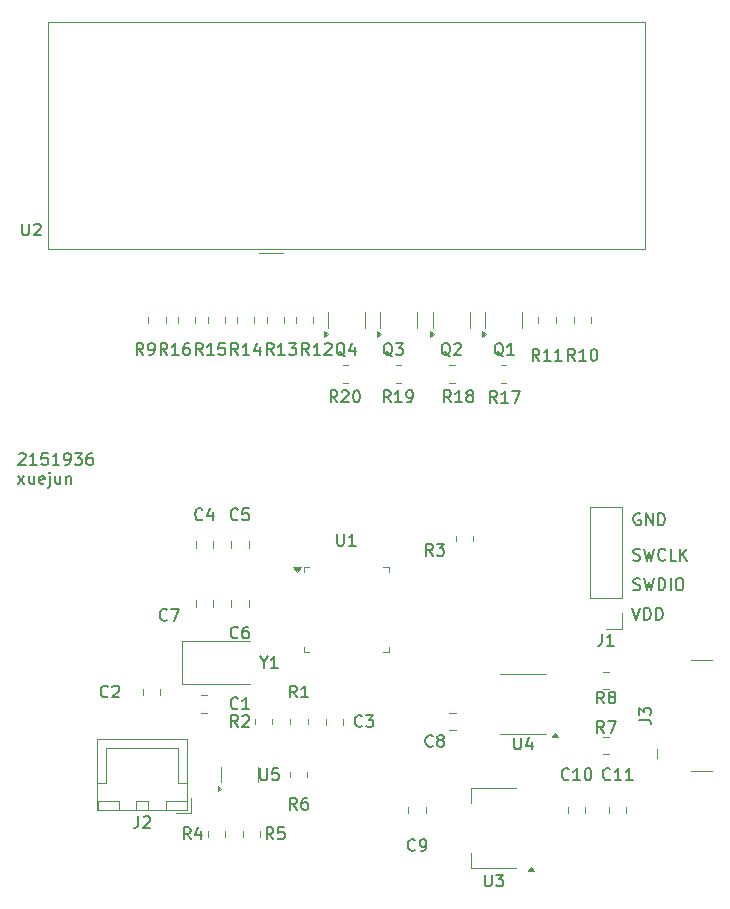
<source format=gbr>
%TF.GenerationSoftware,KiCad,Pcbnew,8.0.3*%
%TF.CreationDate,2024-07-19T12:36:33+08:00*%
%TF.ProjectId,NTC,4e54432e-6b69-4636-9164-5f7063625858,rev?*%
%TF.SameCoordinates,Original*%
%TF.FileFunction,Legend,Top*%
%TF.FilePolarity,Positive*%
%FSLAX45Y45*%
G04 Gerber Fmt 4.5, Leading zero omitted, Abs format (unit mm)*
G04 Created by KiCad (PCBNEW 8.0.3) date 2024-07-19 12:36:33*
%MOMM*%
%LPD*%
G01*
G04 APERTURE LIST*
%ADD10C,0.150000*%
%ADD11C,0.200000*%
%ADD12C,0.120000*%
G04 APERTURE END LIST*
D10*
X12228916Y-9135511D02*
X12233678Y-9130749D01*
X12233678Y-9130749D02*
X12243202Y-9125988D01*
X12243202Y-9125988D02*
X12267011Y-9125988D01*
X12267011Y-9125988D02*
X12276535Y-9130749D01*
X12276535Y-9130749D02*
X12281297Y-9135511D01*
X12281297Y-9135511D02*
X12286059Y-9145035D01*
X12286059Y-9145035D02*
X12286059Y-9154559D01*
X12286059Y-9154559D02*
X12281297Y-9168845D01*
X12281297Y-9168845D02*
X12224154Y-9225988D01*
X12224154Y-9225988D02*
X12286059Y-9225988D01*
X12381297Y-9225988D02*
X12324154Y-9225988D01*
X12352725Y-9225988D02*
X12352725Y-9125988D01*
X12352725Y-9125988D02*
X12343202Y-9140273D01*
X12343202Y-9140273D02*
X12333678Y-9149797D01*
X12333678Y-9149797D02*
X12324154Y-9154559D01*
X12471773Y-9125988D02*
X12424154Y-9125988D01*
X12424154Y-9125988D02*
X12419392Y-9173607D01*
X12419392Y-9173607D02*
X12424154Y-9168845D01*
X12424154Y-9168845D02*
X12433678Y-9164083D01*
X12433678Y-9164083D02*
X12457487Y-9164083D01*
X12457487Y-9164083D02*
X12467011Y-9168845D01*
X12467011Y-9168845D02*
X12471773Y-9173607D01*
X12471773Y-9173607D02*
X12476535Y-9183130D01*
X12476535Y-9183130D02*
X12476535Y-9206940D01*
X12476535Y-9206940D02*
X12471773Y-9216464D01*
X12471773Y-9216464D02*
X12467011Y-9221226D01*
X12467011Y-9221226D02*
X12457487Y-9225988D01*
X12457487Y-9225988D02*
X12433678Y-9225988D01*
X12433678Y-9225988D02*
X12424154Y-9221226D01*
X12424154Y-9221226D02*
X12419392Y-9216464D01*
X12571773Y-9225988D02*
X12514630Y-9225988D01*
X12543202Y-9225988D02*
X12543202Y-9125988D01*
X12543202Y-9125988D02*
X12533678Y-9140273D01*
X12533678Y-9140273D02*
X12524154Y-9149797D01*
X12524154Y-9149797D02*
X12514630Y-9154559D01*
X12619392Y-9225988D02*
X12638440Y-9225988D01*
X12638440Y-9225988D02*
X12647964Y-9221226D01*
X12647964Y-9221226D02*
X12652725Y-9216464D01*
X12652725Y-9216464D02*
X12662249Y-9202178D01*
X12662249Y-9202178D02*
X12667011Y-9183130D01*
X12667011Y-9183130D02*
X12667011Y-9145035D01*
X12667011Y-9145035D02*
X12662249Y-9135511D01*
X12662249Y-9135511D02*
X12657487Y-9130749D01*
X12657487Y-9130749D02*
X12647964Y-9125988D01*
X12647964Y-9125988D02*
X12628916Y-9125988D01*
X12628916Y-9125988D02*
X12619392Y-9130749D01*
X12619392Y-9130749D02*
X12614630Y-9135511D01*
X12614630Y-9135511D02*
X12609868Y-9145035D01*
X12609868Y-9145035D02*
X12609868Y-9168845D01*
X12609868Y-9168845D02*
X12614630Y-9178368D01*
X12614630Y-9178368D02*
X12619392Y-9183130D01*
X12619392Y-9183130D02*
X12628916Y-9187892D01*
X12628916Y-9187892D02*
X12647964Y-9187892D01*
X12647964Y-9187892D02*
X12657487Y-9183130D01*
X12657487Y-9183130D02*
X12662249Y-9178368D01*
X12662249Y-9178368D02*
X12667011Y-9168845D01*
X12700345Y-9125988D02*
X12762249Y-9125988D01*
X12762249Y-9125988D02*
X12728916Y-9164083D01*
X12728916Y-9164083D02*
X12743202Y-9164083D01*
X12743202Y-9164083D02*
X12752725Y-9168845D01*
X12752725Y-9168845D02*
X12757487Y-9173607D01*
X12757487Y-9173607D02*
X12762249Y-9183130D01*
X12762249Y-9183130D02*
X12762249Y-9206940D01*
X12762249Y-9206940D02*
X12757487Y-9216464D01*
X12757487Y-9216464D02*
X12752725Y-9221226D01*
X12752725Y-9221226D02*
X12743202Y-9225988D01*
X12743202Y-9225988D02*
X12714630Y-9225988D01*
X12714630Y-9225988D02*
X12705106Y-9221226D01*
X12705106Y-9221226D02*
X12700345Y-9216464D01*
X12847964Y-9125988D02*
X12828916Y-9125988D01*
X12828916Y-9125988D02*
X12819392Y-9130749D01*
X12819392Y-9130749D02*
X12814630Y-9135511D01*
X12814630Y-9135511D02*
X12805106Y-9149797D01*
X12805106Y-9149797D02*
X12800345Y-9168845D01*
X12800345Y-9168845D02*
X12800345Y-9206940D01*
X12800345Y-9206940D02*
X12805106Y-9216464D01*
X12805106Y-9216464D02*
X12809868Y-9221226D01*
X12809868Y-9221226D02*
X12819392Y-9225988D01*
X12819392Y-9225988D02*
X12838440Y-9225988D01*
X12838440Y-9225988D02*
X12847964Y-9221226D01*
X12847964Y-9221226D02*
X12852725Y-9216464D01*
X12852725Y-9216464D02*
X12857487Y-9206940D01*
X12857487Y-9206940D02*
X12857487Y-9183130D01*
X12857487Y-9183130D02*
X12852725Y-9173607D01*
X12852725Y-9173607D02*
X12847964Y-9168845D01*
X12847964Y-9168845D02*
X12838440Y-9164083D01*
X12838440Y-9164083D02*
X12819392Y-9164083D01*
X12819392Y-9164083D02*
X12809868Y-9168845D01*
X12809868Y-9168845D02*
X12805106Y-9173607D01*
X12805106Y-9173607D02*
X12800345Y-9183130D01*
X12224154Y-9386982D02*
X12276535Y-9320315D01*
X12224154Y-9320315D02*
X12276535Y-9386982D01*
X12357487Y-9320315D02*
X12357487Y-9386982D01*
X12314630Y-9320315D02*
X12314630Y-9372696D01*
X12314630Y-9372696D02*
X12319392Y-9382220D01*
X12319392Y-9382220D02*
X12328916Y-9386982D01*
X12328916Y-9386982D02*
X12343202Y-9386982D01*
X12343202Y-9386982D02*
X12352725Y-9382220D01*
X12352725Y-9382220D02*
X12357487Y-9377458D01*
X12443202Y-9382220D02*
X12433678Y-9386982D01*
X12433678Y-9386982D02*
X12414630Y-9386982D01*
X12414630Y-9386982D02*
X12405106Y-9382220D01*
X12405106Y-9382220D02*
X12400345Y-9372696D01*
X12400345Y-9372696D02*
X12400345Y-9334601D01*
X12400345Y-9334601D02*
X12405106Y-9325077D01*
X12405106Y-9325077D02*
X12414630Y-9320315D01*
X12414630Y-9320315D02*
X12433678Y-9320315D01*
X12433678Y-9320315D02*
X12443202Y-9325077D01*
X12443202Y-9325077D02*
X12447964Y-9334601D01*
X12447964Y-9334601D02*
X12447964Y-9344125D01*
X12447964Y-9344125D02*
X12400345Y-9353649D01*
X12490821Y-9320315D02*
X12490821Y-9406030D01*
X12490821Y-9406030D02*
X12486059Y-9415553D01*
X12486059Y-9415553D02*
X12476535Y-9420315D01*
X12476535Y-9420315D02*
X12471773Y-9420315D01*
X12490821Y-9286982D02*
X12486059Y-9291744D01*
X12486059Y-9291744D02*
X12490821Y-9296506D01*
X12490821Y-9296506D02*
X12495583Y-9291744D01*
X12495583Y-9291744D02*
X12490821Y-9286982D01*
X12490821Y-9286982D02*
X12490821Y-9296506D01*
X12581297Y-9320315D02*
X12581297Y-9386982D01*
X12538440Y-9320315D02*
X12538440Y-9372696D01*
X12538440Y-9372696D02*
X12543202Y-9382220D01*
X12543202Y-9382220D02*
X12552725Y-9386982D01*
X12552725Y-9386982D02*
X12567011Y-9386982D01*
X12567011Y-9386982D02*
X12576535Y-9382220D01*
X12576535Y-9382220D02*
X12581297Y-9377458D01*
X12628916Y-9320315D02*
X12628916Y-9386982D01*
X12628916Y-9329839D02*
X12633678Y-9325077D01*
X12633678Y-9325077D02*
X12643202Y-9320315D01*
X12643202Y-9320315D02*
X12657487Y-9320315D01*
X12657487Y-9320315D02*
X12667011Y-9325077D01*
X12667011Y-9325077D02*
X12671773Y-9334601D01*
X12671773Y-9334601D02*
X12671773Y-9386982D01*
D11*
X17489348Y-9641484D02*
X17479824Y-9636722D01*
X17479824Y-9636722D02*
X17465539Y-9636722D01*
X17465539Y-9636722D02*
X17451253Y-9641484D01*
X17451253Y-9641484D02*
X17441729Y-9651008D01*
X17441729Y-9651008D02*
X17436967Y-9660531D01*
X17436967Y-9660531D02*
X17432205Y-9679579D01*
X17432205Y-9679579D02*
X17432205Y-9693865D01*
X17432205Y-9693865D02*
X17436967Y-9712912D01*
X17436967Y-9712912D02*
X17441729Y-9722436D01*
X17441729Y-9722436D02*
X17451253Y-9731960D01*
X17451253Y-9731960D02*
X17465539Y-9736722D01*
X17465539Y-9736722D02*
X17475063Y-9736722D01*
X17475063Y-9736722D02*
X17489348Y-9731960D01*
X17489348Y-9731960D02*
X17494110Y-9727198D01*
X17494110Y-9727198D02*
X17494110Y-9693865D01*
X17494110Y-9693865D02*
X17475063Y-9693865D01*
X17536967Y-9736722D02*
X17536967Y-9636722D01*
X17536967Y-9636722D02*
X17594110Y-9736722D01*
X17594110Y-9736722D02*
X17594110Y-9636722D01*
X17641729Y-9736722D02*
X17641729Y-9636722D01*
X17641729Y-9636722D02*
X17665539Y-9636722D01*
X17665539Y-9636722D02*
X17679824Y-9641484D01*
X17679824Y-9641484D02*
X17689348Y-9651008D01*
X17689348Y-9651008D02*
X17694110Y-9660531D01*
X17694110Y-9660531D02*
X17698872Y-9679579D01*
X17698872Y-9679579D02*
X17698872Y-9693865D01*
X17698872Y-9693865D02*
X17694110Y-9712912D01*
X17694110Y-9712912D02*
X17689348Y-9722436D01*
X17689348Y-9722436D02*
X17679824Y-9731960D01*
X17679824Y-9731960D02*
X17665539Y-9736722D01*
X17665539Y-9736722D02*
X17641729Y-9736722D01*
X17432205Y-10281960D02*
X17446491Y-10286722D01*
X17446491Y-10286722D02*
X17470301Y-10286722D01*
X17470301Y-10286722D02*
X17479824Y-10281960D01*
X17479824Y-10281960D02*
X17484586Y-10277198D01*
X17484586Y-10277198D02*
X17489348Y-10267674D01*
X17489348Y-10267674D02*
X17489348Y-10258150D01*
X17489348Y-10258150D02*
X17484586Y-10248627D01*
X17484586Y-10248627D02*
X17479824Y-10243865D01*
X17479824Y-10243865D02*
X17470301Y-10239103D01*
X17470301Y-10239103D02*
X17451253Y-10234341D01*
X17451253Y-10234341D02*
X17441729Y-10229579D01*
X17441729Y-10229579D02*
X17436967Y-10224817D01*
X17436967Y-10224817D02*
X17432205Y-10215293D01*
X17432205Y-10215293D02*
X17432205Y-10205770D01*
X17432205Y-10205770D02*
X17436967Y-10196246D01*
X17436967Y-10196246D02*
X17441729Y-10191484D01*
X17441729Y-10191484D02*
X17451253Y-10186722D01*
X17451253Y-10186722D02*
X17475063Y-10186722D01*
X17475063Y-10186722D02*
X17489348Y-10191484D01*
X17522682Y-10186722D02*
X17546491Y-10286722D01*
X17546491Y-10286722D02*
X17565539Y-10215293D01*
X17565539Y-10215293D02*
X17584586Y-10286722D01*
X17584586Y-10286722D02*
X17608396Y-10186722D01*
X17646491Y-10286722D02*
X17646491Y-10186722D01*
X17646491Y-10186722D02*
X17670301Y-10186722D01*
X17670301Y-10186722D02*
X17684586Y-10191484D01*
X17684586Y-10191484D02*
X17694110Y-10201008D01*
X17694110Y-10201008D02*
X17698872Y-10210531D01*
X17698872Y-10210531D02*
X17703634Y-10229579D01*
X17703634Y-10229579D02*
X17703634Y-10243865D01*
X17703634Y-10243865D02*
X17698872Y-10262912D01*
X17698872Y-10262912D02*
X17694110Y-10272436D01*
X17694110Y-10272436D02*
X17684586Y-10281960D01*
X17684586Y-10281960D02*
X17670301Y-10286722D01*
X17670301Y-10286722D02*
X17646491Y-10286722D01*
X17746491Y-10286722D02*
X17746491Y-10186722D01*
X17813158Y-10186722D02*
X17832205Y-10186722D01*
X17832205Y-10186722D02*
X17841729Y-10191484D01*
X17841729Y-10191484D02*
X17851253Y-10201008D01*
X17851253Y-10201008D02*
X17856015Y-10220055D01*
X17856015Y-10220055D02*
X17856015Y-10253389D01*
X17856015Y-10253389D02*
X17851253Y-10272436D01*
X17851253Y-10272436D02*
X17841729Y-10281960D01*
X17841729Y-10281960D02*
X17832205Y-10286722D01*
X17832205Y-10286722D02*
X17813158Y-10286722D01*
X17813158Y-10286722D02*
X17803634Y-10281960D01*
X17803634Y-10281960D02*
X17794110Y-10272436D01*
X17794110Y-10272436D02*
X17789348Y-10253389D01*
X17789348Y-10253389D02*
X17789348Y-10220055D01*
X17789348Y-10220055D02*
X17794110Y-10201008D01*
X17794110Y-10201008D02*
X17803634Y-10191484D01*
X17803634Y-10191484D02*
X17813158Y-10186722D01*
X17422682Y-10436722D02*
X17456015Y-10536722D01*
X17456015Y-10536722D02*
X17489348Y-10436722D01*
X17522682Y-10536722D02*
X17522682Y-10436722D01*
X17522682Y-10436722D02*
X17546491Y-10436722D01*
X17546491Y-10436722D02*
X17560777Y-10441484D01*
X17560777Y-10441484D02*
X17570301Y-10451008D01*
X17570301Y-10451008D02*
X17575063Y-10460531D01*
X17575063Y-10460531D02*
X17579824Y-10479579D01*
X17579824Y-10479579D02*
X17579824Y-10493865D01*
X17579824Y-10493865D02*
X17575063Y-10512912D01*
X17575063Y-10512912D02*
X17570301Y-10522436D01*
X17570301Y-10522436D02*
X17560777Y-10531960D01*
X17560777Y-10531960D02*
X17546491Y-10536722D01*
X17546491Y-10536722D02*
X17522682Y-10536722D01*
X17622682Y-10536722D02*
X17622682Y-10436722D01*
X17622682Y-10436722D02*
X17646491Y-10436722D01*
X17646491Y-10436722D02*
X17660777Y-10441484D01*
X17660777Y-10441484D02*
X17670301Y-10451008D01*
X17670301Y-10451008D02*
X17675063Y-10460531D01*
X17675063Y-10460531D02*
X17679824Y-10479579D01*
X17679824Y-10479579D02*
X17679824Y-10493865D01*
X17679824Y-10493865D02*
X17675063Y-10512912D01*
X17675063Y-10512912D02*
X17670301Y-10522436D01*
X17670301Y-10522436D02*
X17660777Y-10531960D01*
X17660777Y-10531960D02*
X17646491Y-10536722D01*
X17646491Y-10536722D02*
X17622682Y-10536722D01*
X17432205Y-10031960D02*
X17446491Y-10036722D01*
X17446491Y-10036722D02*
X17470301Y-10036722D01*
X17470301Y-10036722D02*
X17479824Y-10031960D01*
X17479824Y-10031960D02*
X17484586Y-10027198D01*
X17484586Y-10027198D02*
X17489348Y-10017674D01*
X17489348Y-10017674D02*
X17489348Y-10008150D01*
X17489348Y-10008150D02*
X17484586Y-9998627D01*
X17484586Y-9998627D02*
X17479824Y-9993865D01*
X17479824Y-9993865D02*
X17470301Y-9989103D01*
X17470301Y-9989103D02*
X17451253Y-9984341D01*
X17451253Y-9984341D02*
X17441729Y-9979579D01*
X17441729Y-9979579D02*
X17436967Y-9974817D01*
X17436967Y-9974817D02*
X17432205Y-9965293D01*
X17432205Y-9965293D02*
X17432205Y-9955770D01*
X17432205Y-9955770D02*
X17436967Y-9946246D01*
X17436967Y-9946246D02*
X17441729Y-9941484D01*
X17441729Y-9941484D02*
X17451253Y-9936722D01*
X17451253Y-9936722D02*
X17475063Y-9936722D01*
X17475063Y-9936722D02*
X17489348Y-9941484D01*
X17522682Y-9936722D02*
X17546491Y-10036722D01*
X17546491Y-10036722D02*
X17565539Y-9965293D01*
X17565539Y-9965293D02*
X17584586Y-10036722D01*
X17584586Y-10036722D02*
X17608396Y-9936722D01*
X17703634Y-10027198D02*
X17698872Y-10031960D01*
X17698872Y-10031960D02*
X17684586Y-10036722D01*
X17684586Y-10036722D02*
X17675063Y-10036722D01*
X17675063Y-10036722D02*
X17660777Y-10031960D01*
X17660777Y-10031960D02*
X17651253Y-10022436D01*
X17651253Y-10022436D02*
X17646491Y-10012912D01*
X17646491Y-10012912D02*
X17641729Y-9993865D01*
X17641729Y-9993865D02*
X17641729Y-9979579D01*
X17641729Y-9979579D02*
X17646491Y-9960531D01*
X17646491Y-9960531D02*
X17651253Y-9951008D01*
X17651253Y-9951008D02*
X17660777Y-9941484D01*
X17660777Y-9941484D02*
X17675063Y-9936722D01*
X17675063Y-9936722D02*
X17684586Y-9936722D01*
X17684586Y-9936722D02*
X17698872Y-9941484D01*
X17698872Y-9941484D02*
X17703634Y-9946246D01*
X17794110Y-10036722D02*
X17746491Y-10036722D01*
X17746491Y-10036722D02*
X17746491Y-9936722D01*
X17827444Y-10036722D02*
X17827444Y-9936722D01*
X17884586Y-10036722D02*
X17841729Y-9979579D01*
X17884586Y-9936722D02*
X17827444Y-9993865D01*
D10*
X14083333Y-10685958D02*
X14078571Y-10690720D01*
X14078571Y-10690720D02*
X14064286Y-10695482D01*
X14064286Y-10695482D02*
X14054762Y-10695482D01*
X14054762Y-10695482D02*
X14040476Y-10690720D01*
X14040476Y-10690720D02*
X14030952Y-10681196D01*
X14030952Y-10681196D02*
X14026190Y-10671672D01*
X14026190Y-10671672D02*
X14021429Y-10652625D01*
X14021429Y-10652625D02*
X14021429Y-10638339D01*
X14021429Y-10638339D02*
X14026190Y-10619291D01*
X14026190Y-10619291D02*
X14030952Y-10609768D01*
X14030952Y-10609768D02*
X14040476Y-10600244D01*
X14040476Y-10600244D02*
X14054762Y-10595482D01*
X14054762Y-10595482D02*
X14064286Y-10595482D01*
X14064286Y-10595482D02*
X14078571Y-10600244D01*
X14078571Y-10600244D02*
X14083333Y-10605006D01*
X14169048Y-10595482D02*
X14150000Y-10595482D01*
X14150000Y-10595482D02*
X14140476Y-10600244D01*
X14140476Y-10600244D02*
X14135714Y-10605006D01*
X14135714Y-10605006D02*
X14126190Y-10619291D01*
X14126190Y-10619291D02*
X14121429Y-10638339D01*
X14121429Y-10638339D02*
X14121429Y-10676434D01*
X14121429Y-10676434D02*
X14126190Y-10685958D01*
X14126190Y-10685958D02*
X14130952Y-10690720D01*
X14130952Y-10690720D02*
X14140476Y-10695482D01*
X14140476Y-10695482D02*
X14159524Y-10695482D01*
X14159524Y-10695482D02*
X14169048Y-10690720D01*
X14169048Y-10690720D02*
X14173809Y-10685958D01*
X14173809Y-10685958D02*
X14178571Y-10676434D01*
X14178571Y-10676434D02*
X14178571Y-10652625D01*
X14178571Y-10652625D02*
X14173809Y-10643101D01*
X14173809Y-10643101D02*
X14169048Y-10638339D01*
X14169048Y-10638339D02*
X14159524Y-10633577D01*
X14159524Y-10633577D02*
X14140476Y-10633577D01*
X14140476Y-10633577D02*
X14130952Y-10638339D01*
X14130952Y-10638339D02*
X14126190Y-10643101D01*
X14126190Y-10643101D02*
X14121429Y-10652625D01*
X14583333Y-12145482D02*
X14550000Y-12097863D01*
X14526190Y-12145482D02*
X14526190Y-12045482D01*
X14526190Y-12045482D02*
X14564286Y-12045482D01*
X14564286Y-12045482D02*
X14573809Y-12050244D01*
X14573809Y-12050244D02*
X14578571Y-12055006D01*
X14578571Y-12055006D02*
X14583333Y-12064529D01*
X14583333Y-12064529D02*
X14583333Y-12078815D01*
X14583333Y-12078815D02*
X14578571Y-12088339D01*
X14578571Y-12088339D02*
X14573809Y-12093101D01*
X14573809Y-12093101D02*
X14564286Y-12097863D01*
X14564286Y-12097863D02*
X14526190Y-12097863D01*
X14669048Y-12045482D02*
X14650000Y-12045482D01*
X14650000Y-12045482D02*
X14640476Y-12050244D01*
X14640476Y-12050244D02*
X14635714Y-12055006D01*
X14635714Y-12055006D02*
X14626190Y-12069291D01*
X14626190Y-12069291D02*
X14621429Y-12088339D01*
X14621429Y-12088339D02*
X14621429Y-12126434D01*
X14621429Y-12126434D02*
X14626190Y-12135958D01*
X14626190Y-12135958D02*
X14630952Y-12140720D01*
X14630952Y-12140720D02*
X14640476Y-12145482D01*
X14640476Y-12145482D02*
X14659524Y-12145482D01*
X14659524Y-12145482D02*
X14669048Y-12140720D01*
X14669048Y-12140720D02*
X14673809Y-12135958D01*
X14673809Y-12135958D02*
X14678571Y-12126434D01*
X14678571Y-12126434D02*
X14678571Y-12102625D01*
X14678571Y-12102625D02*
X14673809Y-12093101D01*
X14673809Y-12093101D02*
X14669048Y-12088339D01*
X14669048Y-12088339D02*
X14659524Y-12083577D01*
X14659524Y-12083577D02*
X14640476Y-12083577D01*
X14640476Y-12083577D02*
X14630952Y-12088339D01*
X14630952Y-12088339D02*
X14626190Y-12093101D01*
X14626190Y-12093101D02*
X14621429Y-12102625D01*
X16885714Y-11885958D02*
X16880952Y-11890720D01*
X16880952Y-11890720D02*
X16866667Y-11895482D01*
X16866667Y-11895482D02*
X16857143Y-11895482D01*
X16857143Y-11895482D02*
X16842857Y-11890720D01*
X16842857Y-11890720D02*
X16833333Y-11881196D01*
X16833333Y-11881196D02*
X16828571Y-11871672D01*
X16828571Y-11871672D02*
X16823810Y-11852625D01*
X16823810Y-11852625D02*
X16823810Y-11838339D01*
X16823810Y-11838339D02*
X16828571Y-11819291D01*
X16828571Y-11819291D02*
X16833333Y-11809768D01*
X16833333Y-11809768D02*
X16842857Y-11800244D01*
X16842857Y-11800244D02*
X16857143Y-11795482D01*
X16857143Y-11795482D02*
X16866667Y-11795482D01*
X16866667Y-11795482D02*
X16880952Y-11800244D01*
X16880952Y-11800244D02*
X16885714Y-11805006D01*
X16980952Y-11895482D02*
X16923810Y-11895482D01*
X16952381Y-11895482D02*
X16952381Y-11795482D01*
X16952381Y-11795482D02*
X16942857Y-11809768D01*
X16942857Y-11809768D02*
X16933333Y-11819291D01*
X16933333Y-11819291D02*
X16923810Y-11824053D01*
X17042857Y-11795482D02*
X17052381Y-11795482D01*
X17052381Y-11795482D02*
X17061905Y-11800244D01*
X17061905Y-11800244D02*
X17066667Y-11805006D01*
X17066667Y-11805006D02*
X17071429Y-11814529D01*
X17071429Y-11814529D02*
X17076190Y-11833577D01*
X17076190Y-11833577D02*
X17076190Y-11857387D01*
X17076190Y-11857387D02*
X17071429Y-11876434D01*
X17071429Y-11876434D02*
X17066667Y-11885958D01*
X17066667Y-11885958D02*
X17061905Y-11890720D01*
X17061905Y-11890720D02*
X17052381Y-11895482D01*
X17052381Y-11895482D02*
X17042857Y-11895482D01*
X17042857Y-11895482D02*
X17033333Y-11890720D01*
X17033333Y-11890720D02*
X17028571Y-11885958D01*
X17028571Y-11885958D02*
X17023810Y-11876434D01*
X17023810Y-11876434D02*
X17019048Y-11857387D01*
X17019048Y-11857387D02*
X17019048Y-11833577D01*
X17019048Y-11833577D02*
X17023810Y-11814529D01*
X17023810Y-11814529D02*
X17028571Y-11805006D01*
X17028571Y-11805006D02*
X17033333Y-11800244D01*
X17033333Y-11800244D02*
X17042857Y-11795482D01*
X13783333Y-9685958D02*
X13778571Y-9690720D01*
X13778571Y-9690720D02*
X13764286Y-9695482D01*
X13764286Y-9695482D02*
X13754762Y-9695482D01*
X13754762Y-9695482D02*
X13740476Y-9690720D01*
X13740476Y-9690720D02*
X13730952Y-9681196D01*
X13730952Y-9681196D02*
X13726190Y-9671672D01*
X13726190Y-9671672D02*
X13721429Y-9652625D01*
X13721429Y-9652625D02*
X13721429Y-9638339D01*
X13721429Y-9638339D02*
X13726190Y-9619291D01*
X13726190Y-9619291D02*
X13730952Y-9609768D01*
X13730952Y-9609768D02*
X13740476Y-9600244D01*
X13740476Y-9600244D02*
X13754762Y-9595482D01*
X13754762Y-9595482D02*
X13764286Y-9595482D01*
X13764286Y-9595482D02*
X13778571Y-9600244D01*
X13778571Y-9600244D02*
X13783333Y-9605006D01*
X13869048Y-9628815D02*
X13869048Y-9695482D01*
X13845238Y-9590720D02*
X13821429Y-9662149D01*
X13821429Y-9662149D02*
X13883333Y-9662149D01*
X17166667Y-10658482D02*
X17166667Y-10729910D01*
X17166667Y-10729910D02*
X17161905Y-10744196D01*
X17161905Y-10744196D02*
X17152381Y-10753720D01*
X17152381Y-10753720D02*
X17138095Y-10758482D01*
X17138095Y-10758482D02*
X17128571Y-10758482D01*
X17266667Y-10758482D02*
X17209524Y-10758482D01*
X17238095Y-10758482D02*
X17238095Y-10658482D01*
X17238095Y-10658482D02*
X17228571Y-10672768D01*
X17228571Y-10672768D02*
X17219048Y-10682291D01*
X17219048Y-10682291D02*
X17209524Y-10687053D01*
X15390476Y-8305006D02*
X15380952Y-8300244D01*
X15380952Y-8300244D02*
X15371428Y-8290720D01*
X15371428Y-8290720D02*
X15357143Y-8276434D01*
X15357143Y-8276434D02*
X15347619Y-8271672D01*
X15347619Y-8271672D02*
X15338095Y-8271672D01*
X15342857Y-8295482D02*
X15333333Y-8290720D01*
X15333333Y-8290720D02*
X15323809Y-8281196D01*
X15323809Y-8281196D02*
X15319048Y-8262148D01*
X15319048Y-8262148D02*
X15319048Y-8228815D01*
X15319048Y-8228815D02*
X15323809Y-8209768D01*
X15323809Y-8209768D02*
X15333333Y-8200244D01*
X15333333Y-8200244D02*
X15342857Y-8195482D01*
X15342857Y-8195482D02*
X15361905Y-8195482D01*
X15361905Y-8195482D02*
X15371428Y-8200244D01*
X15371428Y-8200244D02*
X15380952Y-8209768D01*
X15380952Y-8209768D02*
X15385714Y-8228815D01*
X15385714Y-8228815D02*
X15385714Y-8262148D01*
X15385714Y-8262148D02*
X15380952Y-8281196D01*
X15380952Y-8281196D02*
X15371428Y-8290720D01*
X15371428Y-8290720D02*
X15361905Y-8295482D01*
X15361905Y-8295482D02*
X15342857Y-8295482D01*
X15419048Y-8195482D02*
X15480952Y-8195482D01*
X15480952Y-8195482D02*
X15447619Y-8233577D01*
X15447619Y-8233577D02*
X15461905Y-8233577D01*
X15461905Y-8233577D02*
X15471428Y-8238339D01*
X15471428Y-8238339D02*
X15476190Y-8243101D01*
X15476190Y-8243101D02*
X15480952Y-8252625D01*
X15480952Y-8252625D02*
X15480952Y-8276434D01*
X15480952Y-8276434D02*
X15476190Y-8285958D01*
X15476190Y-8285958D02*
X15471428Y-8290720D01*
X15471428Y-8290720D02*
X15461905Y-8295482D01*
X15461905Y-8295482D02*
X15433333Y-8295482D01*
X15433333Y-8295482D02*
X15423809Y-8290720D01*
X15423809Y-8290720D02*
X15419048Y-8285958D01*
X15880476Y-8305006D02*
X15870952Y-8300244D01*
X15870952Y-8300244D02*
X15861428Y-8290720D01*
X15861428Y-8290720D02*
X15847143Y-8276434D01*
X15847143Y-8276434D02*
X15837619Y-8271672D01*
X15837619Y-8271672D02*
X15828095Y-8271672D01*
X15832857Y-8295482D02*
X15823333Y-8290720D01*
X15823333Y-8290720D02*
X15813809Y-8281196D01*
X15813809Y-8281196D02*
X15809048Y-8262148D01*
X15809048Y-8262148D02*
X15809048Y-8228815D01*
X15809048Y-8228815D02*
X15813809Y-8209768D01*
X15813809Y-8209768D02*
X15823333Y-8200244D01*
X15823333Y-8200244D02*
X15832857Y-8195482D01*
X15832857Y-8195482D02*
X15851905Y-8195482D01*
X15851905Y-8195482D02*
X15861428Y-8200244D01*
X15861428Y-8200244D02*
X15870952Y-8209768D01*
X15870952Y-8209768D02*
X15875714Y-8228815D01*
X15875714Y-8228815D02*
X15875714Y-8262148D01*
X15875714Y-8262148D02*
X15870952Y-8281196D01*
X15870952Y-8281196D02*
X15861428Y-8290720D01*
X15861428Y-8290720D02*
X15851905Y-8295482D01*
X15851905Y-8295482D02*
X15832857Y-8295482D01*
X15913809Y-8205006D02*
X15918571Y-8200244D01*
X15918571Y-8200244D02*
X15928095Y-8195482D01*
X15928095Y-8195482D02*
X15951905Y-8195482D01*
X15951905Y-8195482D02*
X15961428Y-8200244D01*
X15961428Y-8200244D02*
X15966190Y-8205006D01*
X15966190Y-8205006D02*
X15970952Y-8214529D01*
X15970952Y-8214529D02*
X15970952Y-8224053D01*
X15970952Y-8224053D02*
X15966190Y-8238339D01*
X15966190Y-8238339D02*
X15909048Y-8295482D01*
X15909048Y-8295482D02*
X15970952Y-8295482D01*
X15583333Y-12485958D02*
X15578571Y-12490720D01*
X15578571Y-12490720D02*
X15564286Y-12495482D01*
X15564286Y-12495482D02*
X15554762Y-12495482D01*
X15554762Y-12495482D02*
X15540476Y-12490720D01*
X15540476Y-12490720D02*
X15530952Y-12481196D01*
X15530952Y-12481196D02*
X15526190Y-12471672D01*
X15526190Y-12471672D02*
X15521429Y-12452625D01*
X15521429Y-12452625D02*
X15521429Y-12438339D01*
X15521429Y-12438339D02*
X15526190Y-12419291D01*
X15526190Y-12419291D02*
X15530952Y-12409768D01*
X15530952Y-12409768D02*
X15540476Y-12400244D01*
X15540476Y-12400244D02*
X15554762Y-12395482D01*
X15554762Y-12395482D02*
X15564286Y-12395482D01*
X15564286Y-12395482D02*
X15578571Y-12400244D01*
X15578571Y-12400244D02*
X15583333Y-12405006D01*
X15630952Y-12495482D02*
X15650000Y-12495482D01*
X15650000Y-12495482D02*
X15659524Y-12490720D01*
X15659524Y-12490720D02*
X15664286Y-12485958D01*
X15664286Y-12485958D02*
X15673809Y-12471672D01*
X15673809Y-12471672D02*
X15678571Y-12452625D01*
X15678571Y-12452625D02*
X15678571Y-12414529D01*
X15678571Y-12414529D02*
X15673809Y-12405006D01*
X15673809Y-12405006D02*
X15669048Y-12400244D01*
X15669048Y-12400244D02*
X15659524Y-12395482D01*
X15659524Y-12395482D02*
X15640476Y-12395482D01*
X15640476Y-12395482D02*
X15630952Y-12400244D01*
X15630952Y-12400244D02*
X15626190Y-12405006D01*
X15626190Y-12405006D02*
X15621429Y-12414529D01*
X15621429Y-12414529D02*
X15621429Y-12438339D01*
X15621429Y-12438339D02*
X15626190Y-12447863D01*
X15626190Y-12447863D02*
X15630952Y-12452625D01*
X15630952Y-12452625D02*
X15640476Y-12457387D01*
X15640476Y-12457387D02*
X15659524Y-12457387D01*
X15659524Y-12457387D02*
X15669048Y-12452625D01*
X15669048Y-12452625D02*
X15673809Y-12447863D01*
X15673809Y-12447863D02*
X15678571Y-12438339D01*
X13785714Y-8295482D02*
X13752381Y-8247863D01*
X13728571Y-8295482D02*
X13728571Y-8195482D01*
X13728571Y-8195482D02*
X13766667Y-8195482D01*
X13766667Y-8195482D02*
X13776190Y-8200244D01*
X13776190Y-8200244D02*
X13780952Y-8205006D01*
X13780952Y-8205006D02*
X13785714Y-8214529D01*
X13785714Y-8214529D02*
X13785714Y-8228815D01*
X13785714Y-8228815D02*
X13780952Y-8238339D01*
X13780952Y-8238339D02*
X13776190Y-8243101D01*
X13776190Y-8243101D02*
X13766667Y-8247863D01*
X13766667Y-8247863D02*
X13728571Y-8247863D01*
X13880952Y-8295482D02*
X13823809Y-8295482D01*
X13852381Y-8295482D02*
X13852381Y-8195482D01*
X13852381Y-8195482D02*
X13842857Y-8209768D01*
X13842857Y-8209768D02*
X13833333Y-8219291D01*
X13833333Y-8219291D02*
X13823809Y-8224053D01*
X13971428Y-8195482D02*
X13923809Y-8195482D01*
X13923809Y-8195482D02*
X13919048Y-8243101D01*
X13919048Y-8243101D02*
X13923809Y-8238339D01*
X13923809Y-8238339D02*
X13933333Y-8233577D01*
X13933333Y-8233577D02*
X13957143Y-8233577D01*
X13957143Y-8233577D02*
X13966667Y-8238339D01*
X13966667Y-8238339D02*
X13971428Y-8243101D01*
X13971428Y-8243101D02*
X13976190Y-8252625D01*
X13976190Y-8252625D02*
X13976190Y-8276434D01*
X13976190Y-8276434D02*
X13971428Y-8285958D01*
X13971428Y-8285958D02*
X13966667Y-8290720D01*
X13966667Y-8290720D02*
X13957143Y-8295482D01*
X13957143Y-8295482D02*
X13933333Y-8295482D01*
X13933333Y-8295482D02*
X13923809Y-8290720D01*
X13923809Y-8290720D02*
X13919048Y-8285958D01*
X16275714Y-8701732D02*
X16242381Y-8654113D01*
X16218571Y-8701732D02*
X16218571Y-8601732D01*
X16218571Y-8601732D02*
X16256667Y-8601732D01*
X16256667Y-8601732D02*
X16266190Y-8606494D01*
X16266190Y-8606494D02*
X16270952Y-8611256D01*
X16270952Y-8611256D02*
X16275714Y-8620780D01*
X16275714Y-8620780D02*
X16275714Y-8635065D01*
X16275714Y-8635065D02*
X16270952Y-8644589D01*
X16270952Y-8644589D02*
X16266190Y-8649351D01*
X16266190Y-8649351D02*
X16256667Y-8654113D01*
X16256667Y-8654113D02*
X16218571Y-8654113D01*
X16370952Y-8701732D02*
X16313809Y-8701732D01*
X16342381Y-8701732D02*
X16342381Y-8601732D01*
X16342381Y-8601732D02*
X16332857Y-8616018D01*
X16332857Y-8616018D02*
X16323333Y-8625541D01*
X16323333Y-8625541D02*
X16313809Y-8630303D01*
X16404286Y-8601732D02*
X16470952Y-8601732D01*
X16470952Y-8601732D02*
X16428095Y-8701732D01*
X12257809Y-7183232D02*
X12257809Y-7264184D01*
X12257809Y-7264184D02*
X12262571Y-7273708D01*
X12262571Y-7273708D02*
X12267333Y-7278470D01*
X12267333Y-7278470D02*
X12276857Y-7283232D01*
X12276857Y-7283232D02*
X12295905Y-7283232D01*
X12295905Y-7283232D02*
X12305428Y-7278470D01*
X12305428Y-7278470D02*
X12310190Y-7273708D01*
X12310190Y-7273708D02*
X12314952Y-7264184D01*
X12314952Y-7264184D02*
X12314952Y-7183232D01*
X12357809Y-7192756D02*
X12362571Y-7187994D01*
X12362571Y-7187994D02*
X12372095Y-7183232D01*
X12372095Y-7183232D02*
X12395905Y-7183232D01*
X12395905Y-7183232D02*
X12405428Y-7187994D01*
X12405428Y-7187994D02*
X12410190Y-7192756D01*
X12410190Y-7192756D02*
X12414952Y-7202279D01*
X12414952Y-7202279D02*
X12414952Y-7211803D01*
X12414952Y-7211803D02*
X12410190Y-7226089D01*
X12410190Y-7226089D02*
X12353048Y-7283232D01*
X12353048Y-7283232D02*
X12414952Y-7283232D01*
X14383333Y-12395482D02*
X14350000Y-12347863D01*
X14326190Y-12395482D02*
X14326190Y-12295482D01*
X14326190Y-12295482D02*
X14364286Y-12295482D01*
X14364286Y-12295482D02*
X14373809Y-12300244D01*
X14373809Y-12300244D02*
X14378571Y-12305006D01*
X14378571Y-12305006D02*
X14383333Y-12314529D01*
X14383333Y-12314529D02*
X14383333Y-12328815D01*
X14383333Y-12328815D02*
X14378571Y-12338339D01*
X14378571Y-12338339D02*
X14373809Y-12343101D01*
X14373809Y-12343101D02*
X14364286Y-12347863D01*
X14364286Y-12347863D02*
X14326190Y-12347863D01*
X14473809Y-12295482D02*
X14426190Y-12295482D01*
X14426190Y-12295482D02*
X14421429Y-12343101D01*
X14421429Y-12343101D02*
X14426190Y-12338339D01*
X14426190Y-12338339D02*
X14435714Y-12333577D01*
X14435714Y-12333577D02*
X14459524Y-12333577D01*
X14459524Y-12333577D02*
X14469048Y-12338339D01*
X14469048Y-12338339D02*
X14473809Y-12343101D01*
X14473809Y-12343101D02*
X14478571Y-12352625D01*
X14478571Y-12352625D02*
X14478571Y-12376434D01*
X14478571Y-12376434D02*
X14473809Y-12385958D01*
X14473809Y-12385958D02*
X14469048Y-12390720D01*
X14469048Y-12390720D02*
X14459524Y-12395482D01*
X14459524Y-12395482D02*
X14435714Y-12395482D01*
X14435714Y-12395482D02*
X14426190Y-12390720D01*
X14426190Y-12390720D02*
X14421429Y-12385958D01*
X14685714Y-8295482D02*
X14652381Y-8247863D01*
X14628571Y-8295482D02*
X14628571Y-8195482D01*
X14628571Y-8195482D02*
X14666667Y-8195482D01*
X14666667Y-8195482D02*
X14676190Y-8200244D01*
X14676190Y-8200244D02*
X14680952Y-8205006D01*
X14680952Y-8205006D02*
X14685714Y-8214529D01*
X14685714Y-8214529D02*
X14685714Y-8228815D01*
X14685714Y-8228815D02*
X14680952Y-8238339D01*
X14680952Y-8238339D02*
X14676190Y-8243101D01*
X14676190Y-8243101D02*
X14666667Y-8247863D01*
X14666667Y-8247863D02*
X14628571Y-8247863D01*
X14780952Y-8295482D02*
X14723809Y-8295482D01*
X14752381Y-8295482D02*
X14752381Y-8195482D01*
X14752381Y-8195482D02*
X14742857Y-8209768D01*
X14742857Y-8209768D02*
X14733333Y-8219291D01*
X14733333Y-8219291D02*
X14723809Y-8224053D01*
X14819048Y-8205006D02*
X14823809Y-8200244D01*
X14823809Y-8200244D02*
X14833333Y-8195482D01*
X14833333Y-8195482D02*
X14857143Y-8195482D01*
X14857143Y-8195482D02*
X14866667Y-8200244D01*
X14866667Y-8200244D02*
X14871428Y-8205006D01*
X14871428Y-8205006D02*
X14876190Y-8214529D01*
X14876190Y-8214529D02*
X14876190Y-8224053D01*
X14876190Y-8224053D02*
X14871428Y-8238339D01*
X14871428Y-8238339D02*
X14814286Y-8295482D01*
X14814286Y-8295482D02*
X14876190Y-8295482D01*
X14925714Y-8695482D02*
X14892381Y-8647863D01*
X14868571Y-8695482D02*
X14868571Y-8595482D01*
X14868571Y-8595482D02*
X14906667Y-8595482D01*
X14906667Y-8595482D02*
X14916190Y-8600244D01*
X14916190Y-8600244D02*
X14920952Y-8605006D01*
X14920952Y-8605006D02*
X14925714Y-8614530D01*
X14925714Y-8614530D02*
X14925714Y-8628815D01*
X14925714Y-8628815D02*
X14920952Y-8638339D01*
X14920952Y-8638339D02*
X14916190Y-8643101D01*
X14916190Y-8643101D02*
X14906667Y-8647863D01*
X14906667Y-8647863D02*
X14868571Y-8647863D01*
X14963809Y-8605006D02*
X14968571Y-8600244D01*
X14968571Y-8600244D02*
X14978095Y-8595482D01*
X14978095Y-8595482D02*
X15001905Y-8595482D01*
X15001905Y-8595482D02*
X15011428Y-8600244D01*
X15011428Y-8600244D02*
X15016190Y-8605006D01*
X15016190Y-8605006D02*
X15020952Y-8614530D01*
X15020952Y-8614530D02*
X15020952Y-8624053D01*
X15020952Y-8624053D02*
X15016190Y-8638339D01*
X15016190Y-8638339D02*
X14959048Y-8695482D01*
X14959048Y-8695482D02*
X15020952Y-8695482D01*
X15082857Y-8595482D02*
X15092381Y-8595482D01*
X15092381Y-8595482D02*
X15101905Y-8600244D01*
X15101905Y-8600244D02*
X15106667Y-8605006D01*
X15106667Y-8605006D02*
X15111428Y-8614530D01*
X15111428Y-8614530D02*
X15116190Y-8633577D01*
X15116190Y-8633577D02*
X15116190Y-8657387D01*
X15116190Y-8657387D02*
X15111428Y-8676434D01*
X15111428Y-8676434D02*
X15106667Y-8685958D01*
X15106667Y-8685958D02*
X15101905Y-8690720D01*
X15101905Y-8690720D02*
X15092381Y-8695482D01*
X15092381Y-8695482D02*
X15082857Y-8695482D01*
X15082857Y-8695482D02*
X15073333Y-8690720D01*
X15073333Y-8690720D02*
X15068571Y-8685958D01*
X15068571Y-8685958D02*
X15063809Y-8676434D01*
X15063809Y-8676434D02*
X15059048Y-8657387D01*
X15059048Y-8657387D02*
X15059048Y-8633577D01*
X15059048Y-8633577D02*
X15063809Y-8614530D01*
X15063809Y-8614530D02*
X15068571Y-8605006D01*
X15068571Y-8605006D02*
X15073333Y-8600244D01*
X15073333Y-8600244D02*
X15082857Y-8595482D01*
X17235714Y-11885958D02*
X17230952Y-11890720D01*
X17230952Y-11890720D02*
X17216667Y-11895482D01*
X17216667Y-11895482D02*
X17207143Y-11895482D01*
X17207143Y-11895482D02*
X17192857Y-11890720D01*
X17192857Y-11890720D02*
X17183333Y-11881196D01*
X17183333Y-11881196D02*
X17178571Y-11871672D01*
X17178571Y-11871672D02*
X17173810Y-11852625D01*
X17173810Y-11852625D02*
X17173810Y-11838339D01*
X17173810Y-11838339D02*
X17178571Y-11819291D01*
X17178571Y-11819291D02*
X17183333Y-11809768D01*
X17183333Y-11809768D02*
X17192857Y-11800244D01*
X17192857Y-11800244D02*
X17207143Y-11795482D01*
X17207143Y-11795482D02*
X17216667Y-11795482D01*
X17216667Y-11795482D02*
X17230952Y-11800244D01*
X17230952Y-11800244D02*
X17235714Y-11805006D01*
X17330952Y-11895482D02*
X17273810Y-11895482D01*
X17302381Y-11895482D02*
X17302381Y-11795482D01*
X17302381Y-11795482D02*
X17292857Y-11809768D01*
X17292857Y-11809768D02*
X17283333Y-11819291D01*
X17283333Y-11819291D02*
X17273810Y-11824053D01*
X17426190Y-11895482D02*
X17369048Y-11895482D01*
X17397619Y-11895482D02*
X17397619Y-11795482D01*
X17397619Y-11795482D02*
X17388095Y-11809768D01*
X17388095Y-11809768D02*
X17378571Y-11819291D01*
X17378571Y-11819291D02*
X17369048Y-11824053D01*
X15885714Y-8695482D02*
X15852381Y-8647863D01*
X15828571Y-8695482D02*
X15828571Y-8595482D01*
X15828571Y-8595482D02*
X15866667Y-8595482D01*
X15866667Y-8595482D02*
X15876190Y-8600244D01*
X15876190Y-8600244D02*
X15880952Y-8605006D01*
X15880952Y-8605006D02*
X15885714Y-8614530D01*
X15885714Y-8614530D02*
X15885714Y-8628815D01*
X15885714Y-8628815D02*
X15880952Y-8638339D01*
X15880952Y-8638339D02*
X15876190Y-8643101D01*
X15876190Y-8643101D02*
X15866667Y-8647863D01*
X15866667Y-8647863D02*
X15828571Y-8647863D01*
X15980952Y-8695482D02*
X15923809Y-8695482D01*
X15952381Y-8695482D02*
X15952381Y-8595482D01*
X15952381Y-8595482D02*
X15942857Y-8609768D01*
X15942857Y-8609768D02*
X15933333Y-8619291D01*
X15933333Y-8619291D02*
X15923809Y-8624053D01*
X16038095Y-8638339D02*
X16028571Y-8633577D01*
X16028571Y-8633577D02*
X16023809Y-8628815D01*
X16023809Y-8628815D02*
X16019048Y-8619291D01*
X16019048Y-8619291D02*
X16019048Y-8614530D01*
X16019048Y-8614530D02*
X16023809Y-8605006D01*
X16023809Y-8605006D02*
X16028571Y-8600244D01*
X16028571Y-8600244D02*
X16038095Y-8595482D01*
X16038095Y-8595482D02*
X16057143Y-8595482D01*
X16057143Y-8595482D02*
X16066667Y-8600244D01*
X16066667Y-8600244D02*
X16071428Y-8605006D01*
X16071428Y-8605006D02*
X16076190Y-8614530D01*
X16076190Y-8614530D02*
X16076190Y-8619291D01*
X16076190Y-8619291D02*
X16071428Y-8628815D01*
X16071428Y-8628815D02*
X16066667Y-8633577D01*
X16066667Y-8633577D02*
X16057143Y-8638339D01*
X16057143Y-8638339D02*
X16038095Y-8638339D01*
X16038095Y-8638339D02*
X16028571Y-8643101D01*
X16028571Y-8643101D02*
X16023809Y-8647863D01*
X16023809Y-8647863D02*
X16019048Y-8657387D01*
X16019048Y-8657387D02*
X16019048Y-8676434D01*
X16019048Y-8676434D02*
X16023809Y-8685958D01*
X16023809Y-8685958D02*
X16028571Y-8690720D01*
X16028571Y-8690720D02*
X16038095Y-8695482D01*
X16038095Y-8695482D02*
X16057143Y-8695482D01*
X16057143Y-8695482D02*
X16066667Y-8690720D01*
X16066667Y-8690720D02*
X16071428Y-8685958D01*
X16071428Y-8685958D02*
X16076190Y-8676434D01*
X16076190Y-8676434D02*
X16076190Y-8657387D01*
X16076190Y-8657387D02*
X16071428Y-8647863D01*
X16071428Y-8647863D02*
X16066667Y-8643101D01*
X16066667Y-8643101D02*
X16057143Y-8638339D01*
X13283333Y-8295482D02*
X13250000Y-8247863D01*
X13226190Y-8295482D02*
X13226190Y-8195482D01*
X13226190Y-8195482D02*
X13264286Y-8195482D01*
X13264286Y-8195482D02*
X13273809Y-8200244D01*
X13273809Y-8200244D02*
X13278571Y-8205006D01*
X13278571Y-8205006D02*
X13283333Y-8214529D01*
X13283333Y-8214529D02*
X13283333Y-8228815D01*
X13283333Y-8228815D02*
X13278571Y-8238339D01*
X13278571Y-8238339D02*
X13273809Y-8243101D01*
X13273809Y-8243101D02*
X13264286Y-8247863D01*
X13264286Y-8247863D02*
X13226190Y-8247863D01*
X13330952Y-8295482D02*
X13350000Y-8295482D01*
X13350000Y-8295482D02*
X13359524Y-8290720D01*
X13359524Y-8290720D02*
X13364286Y-8285958D01*
X13364286Y-8285958D02*
X13373809Y-8271672D01*
X13373809Y-8271672D02*
X13378571Y-8252625D01*
X13378571Y-8252625D02*
X13378571Y-8214529D01*
X13378571Y-8214529D02*
X13373809Y-8205006D01*
X13373809Y-8205006D02*
X13369048Y-8200244D01*
X13369048Y-8200244D02*
X13359524Y-8195482D01*
X13359524Y-8195482D02*
X13340476Y-8195482D01*
X13340476Y-8195482D02*
X13330952Y-8200244D01*
X13330952Y-8200244D02*
X13326190Y-8205006D01*
X13326190Y-8205006D02*
X13321429Y-8214529D01*
X13321429Y-8214529D02*
X13321429Y-8238339D01*
X13321429Y-8238339D02*
X13326190Y-8247863D01*
X13326190Y-8247863D02*
X13330952Y-8252625D01*
X13330952Y-8252625D02*
X13340476Y-8257387D01*
X13340476Y-8257387D02*
X13359524Y-8257387D01*
X13359524Y-8257387D02*
X13369048Y-8252625D01*
X13369048Y-8252625D02*
X13373809Y-8247863D01*
X13373809Y-8247863D02*
X13378571Y-8238339D01*
X14583333Y-11195482D02*
X14550000Y-11147863D01*
X14526190Y-11195482D02*
X14526190Y-11095482D01*
X14526190Y-11095482D02*
X14564286Y-11095482D01*
X14564286Y-11095482D02*
X14573809Y-11100244D01*
X14573809Y-11100244D02*
X14578571Y-11105006D01*
X14578571Y-11105006D02*
X14583333Y-11114530D01*
X14583333Y-11114530D02*
X14583333Y-11128815D01*
X14583333Y-11128815D02*
X14578571Y-11138339D01*
X14578571Y-11138339D02*
X14573809Y-11143101D01*
X14573809Y-11143101D02*
X14564286Y-11147863D01*
X14564286Y-11147863D02*
X14526190Y-11147863D01*
X14678571Y-11195482D02*
X14621429Y-11195482D01*
X14650000Y-11195482D02*
X14650000Y-11095482D01*
X14650000Y-11095482D02*
X14640476Y-11109768D01*
X14640476Y-11109768D02*
X14630952Y-11119291D01*
X14630952Y-11119291D02*
X14621429Y-11124053D01*
X17183333Y-11495482D02*
X17150000Y-11447863D01*
X17126191Y-11495482D02*
X17126191Y-11395482D01*
X17126191Y-11395482D02*
X17164286Y-11395482D01*
X17164286Y-11395482D02*
X17173810Y-11400244D01*
X17173810Y-11400244D02*
X17178571Y-11405006D01*
X17178571Y-11405006D02*
X17183333Y-11414529D01*
X17183333Y-11414529D02*
X17183333Y-11428815D01*
X17183333Y-11428815D02*
X17178571Y-11438339D01*
X17178571Y-11438339D02*
X17173810Y-11443101D01*
X17173810Y-11443101D02*
X17164286Y-11447863D01*
X17164286Y-11447863D02*
X17126191Y-11447863D01*
X17216667Y-11395482D02*
X17283333Y-11395482D01*
X17283333Y-11395482D02*
X17240476Y-11495482D01*
X16423809Y-11535482D02*
X16423809Y-11616434D01*
X16423809Y-11616434D02*
X16428571Y-11625958D01*
X16428571Y-11625958D02*
X16433333Y-11630720D01*
X16433333Y-11630720D02*
X16442857Y-11635482D01*
X16442857Y-11635482D02*
X16461905Y-11635482D01*
X16461905Y-11635482D02*
X16471428Y-11630720D01*
X16471428Y-11630720D02*
X16476190Y-11625958D01*
X16476190Y-11625958D02*
X16480952Y-11616434D01*
X16480952Y-11616434D02*
X16480952Y-11535482D01*
X16571428Y-11568815D02*
X16571428Y-11635482D01*
X16547619Y-11530720D02*
X16523809Y-11602148D01*
X16523809Y-11602148D02*
X16585714Y-11602148D01*
X13483333Y-10535958D02*
X13478571Y-10540720D01*
X13478571Y-10540720D02*
X13464286Y-10545482D01*
X13464286Y-10545482D02*
X13454762Y-10545482D01*
X13454762Y-10545482D02*
X13440476Y-10540720D01*
X13440476Y-10540720D02*
X13430952Y-10531196D01*
X13430952Y-10531196D02*
X13426190Y-10521672D01*
X13426190Y-10521672D02*
X13421429Y-10502625D01*
X13421429Y-10502625D02*
X13421429Y-10488339D01*
X13421429Y-10488339D02*
X13426190Y-10469291D01*
X13426190Y-10469291D02*
X13430952Y-10459768D01*
X13430952Y-10459768D02*
X13440476Y-10450244D01*
X13440476Y-10450244D02*
X13454762Y-10445482D01*
X13454762Y-10445482D02*
X13464286Y-10445482D01*
X13464286Y-10445482D02*
X13478571Y-10450244D01*
X13478571Y-10450244D02*
X13483333Y-10455006D01*
X13516667Y-10445482D02*
X13583333Y-10445482D01*
X13583333Y-10445482D02*
X13540476Y-10545482D01*
X16330476Y-8305006D02*
X16320952Y-8300244D01*
X16320952Y-8300244D02*
X16311428Y-8290720D01*
X16311428Y-8290720D02*
X16297143Y-8276434D01*
X16297143Y-8276434D02*
X16287619Y-8271672D01*
X16287619Y-8271672D02*
X16278095Y-8271672D01*
X16282857Y-8295482D02*
X16273333Y-8290720D01*
X16273333Y-8290720D02*
X16263809Y-8281196D01*
X16263809Y-8281196D02*
X16259048Y-8262148D01*
X16259048Y-8262148D02*
X16259048Y-8228815D01*
X16259048Y-8228815D02*
X16263809Y-8209768D01*
X16263809Y-8209768D02*
X16273333Y-8200244D01*
X16273333Y-8200244D02*
X16282857Y-8195482D01*
X16282857Y-8195482D02*
X16301905Y-8195482D01*
X16301905Y-8195482D02*
X16311428Y-8200244D01*
X16311428Y-8200244D02*
X16320952Y-8209768D01*
X16320952Y-8209768D02*
X16325714Y-8228815D01*
X16325714Y-8228815D02*
X16325714Y-8262148D01*
X16325714Y-8262148D02*
X16320952Y-8281196D01*
X16320952Y-8281196D02*
X16311428Y-8290720D01*
X16311428Y-8290720D02*
X16301905Y-8295482D01*
X16301905Y-8295482D02*
X16282857Y-8295482D01*
X16420952Y-8295482D02*
X16363809Y-8295482D01*
X16392381Y-8295482D02*
X16392381Y-8195482D01*
X16392381Y-8195482D02*
X16382857Y-8209768D01*
X16382857Y-8209768D02*
X16373333Y-8219291D01*
X16373333Y-8219291D02*
X16363809Y-8224053D01*
X17480982Y-11383333D02*
X17552410Y-11383333D01*
X17552410Y-11383333D02*
X17566696Y-11388095D01*
X17566696Y-11388095D02*
X17576220Y-11397619D01*
X17576220Y-11397619D02*
X17580982Y-11411905D01*
X17580982Y-11411905D02*
X17580982Y-11421428D01*
X17480982Y-11345238D02*
X17480982Y-11283333D01*
X17480982Y-11283333D02*
X17519077Y-11316667D01*
X17519077Y-11316667D02*
X17519077Y-11302381D01*
X17519077Y-11302381D02*
X17523839Y-11292857D01*
X17523839Y-11292857D02*
X17528601Y-11288095D01*
X17528601Y-11288095D02*
X17538125Y-11283333D01*
X17538125Y-11283333D02*
X17561934Y-11283333D01*
X17561934Y-11283333D02*
X17571458Y-11288095D01*
X17571458Y-11288095D02*
X17576220Y-11292857D01*
X17576220Y-11292857D02*
X17580982Y-11302381D01*
X17580982Y-11302381D02*
X17580982Y-11330952D01*
X17580982Y-11330952D02*
X17576220Y-11340476D01*
X17576220Y-11340476D02*
X17571458Y-11345238D01*
X16173809Y-12695482D02*
X16173809Y-12776434D01*
X16173809Y-12776434D02*
X16178571Y-12785958D01*
X16178571Y-12785958D02*
X16183333Y-12790720D01*
X16183333Y-12790720D02*
X16192857Y-12795482D01*
X16192857Y-12795482D02*
X16211905Y-12795482D01*
X16211905Y-12795482D02*
X16221428Y-12790720D01*
X16221428Y-12790720D02*
X16226190Y-12785958D01*
X16226190Y-12785958D02*
X16230952Y-12776434D01*
X16230952Y-12776434D02*
X16230952Y-12695482D01*
X16269048Y-12695482D02*
X16330952Y-12695482D01*
X16330952Y-12695482D02*
X16297619Y-12733577D01*
X16297619Y-12733577D02*
X16311905Y-12733577D01*
X16311905Y-12733577D02*
X16321428Y-12738339D01*
X16321428Y-12738339D02*
X16326190Y-12743101D01*
X16326190Y-12743101D02*
X16330952Y-12752625D01*
X16330952Y-12752625D02*
X16330952Y-12776434D01*
X16330952Y-12776434D02*
X16326190Y-12785958D01*
X16326190Y-12785958D02*
X16321428Y-12790720D01*
X16321428Y-12790720D02*
X16311905Y-12795482D01*
X16311905Y-12795482D02*
X16283333Y-12795482D01*
X16283333Y-12795482D02*
X16273809Y-12790720D01*
X16273809Y-12790720D02*
X16269048Y-12785958D01*
X14085714Y-8295482D02*
X14052381Y-8247863D01*
X14028571Y-8295482D02*
X14028571Y-8195482D01*
X14028571Y-8195482D02*
X14066667Y-8195482D01*
X14066667Y-8195482D02*
X14076190Y-8200244D01*
X14076190Y-8200244D02*
X14080952Y-8205006D01*
X14080952Y-8205006D02*
X14085714Y-8214529D01*
X14085714Y-8214529D02*
X14085714Y-8228815D01*
X14085714Y-8228815D02*
X14080952Y-8238339D01*
X14080952Y-8238339D02*
X14076190Y-8243101D01*
X14076190Y-8243101D02*
X14066667Y-8247863D01*
X14066667Y-8247863D02*
X14028571Y-8247863D01*
X14180952Y-8295482D02*
X14123809Y-8295482D01*
X14152381Y-8295482D02*
X14152381Y-8195482D01*
X14152381Y-8195482D02*
X14142857Y-8209768D01*
X14142857Y-8209768D02*
X14133333Y-8219291D01*
X14133333Y-8219291D02*
X14123809Y-8224053D01*
X14266667Y-8228815D02*
X14266667Y-8295482D01*
X14242857Y-8190720D02*
X14219048Y-8262148D01*
X14219048Y-8262148D02*
X14280952Y-8262148D01*
X14385714Y-8295482D02*
X14352381Y-8247863D01*
X14328571Y-8295482D02*
X14328571Y-8195482D01*
X14328571Y-8195482D02*
X14366667Y-8195482D01*
X14366667Y-8195482D02*
X14376190Y-8200244D01*
X14376190Y-8200244D02*
X14380952Y-8205006D01*
X14380952Y-8205006D02*
X14385714Y-8214529D01*
X14385714Y-8214529D02*
X14385714Y-8228815D01*
X14385714Y-8228815D02*
X14380952Y-8238339D01*
X14380952Y-8238339D02*
X14376190Y-8243101D01*
X14376190Y-8243101D02*
X14366667Y-8247863D01*
X14366667Y-8247863D02*
X14328571Y-8247863D01*
X14480952Y-8295482D02*
X14423809Y-8295482D01*
X14452381Y-8295482D02*
X14452381Y-8195482D01*
X14452381Y-8195482D02*
X14442857Y-8209768D01*
X14442857Y-8209768D02*
X14433333Y-8219291D01*
X14433333Y-8219291D02*
X14423809Y-8224053D01*
X14514286Y-8195482D02*
X14576190Y-8195482D01*
X14576190Y-8195482D02*
X14542857Y-8233577D01*
X14542857Y-8233577D02*
X14557143Y-8233577D01*
X14557143Y-8233577D02*
X14566667Y-8238339D01*
X14566667Y-8238339D02*
X14571428Y-8243101D01*
X14571428Y-8243101D02*
X14576190Y-8252625D01*
X14576190Y-8252625D02*
X14576190Y-8276434D01*
X14576190Y-8276434D02*
X14571428Y-8285958D01*
X14571428Y-8285958D02*
X14566667Y-8290720D01*
X14566667Y-8290720D02*
X14557143Y-8295482D01*
X14557143Y-8295482D02*
X14528571Y-8295482D01*
X14528571Y-8295482D02*
X14519048Y-8290720D01*
X14519048Y-8290720D02*
X14514286Y-8285958D01*
X17183333Y-11245482D02*
X17150000Y-11197863D01*
X17126191Y-11245482D02*
X17126191Y-11145482D01*
X17126191Y-11145482D02*
X17164286Y-11145482D01*
X17164286Y-11145482D02*
X17173810Y-11150244D01*
X17173810Y-11150244D02*
X17178571Y-11155006D01*
X17178571Y-11155006D02*
X17183333Y-11164530D01*
X17183333Y-11164530D02*
X17183333Y-11178815D01*
X17183333Y-11178815D02*
X17178571Y-11188339D01*
X17178571Y-11188339D02*
X17173810Y-11193101D01*
X17173810Y-11193101D02*
X17164286Y-11197863D01*
X17164286Y-11197863D02*
X17126191Y-11197863D01*
X17240476Y-11188339D02*
X17230952Y-11183577D01*
X17230952Y-11183577D02*
X17226191Y-11178815D01*
X17226191Y-11178815D02*
X17221429Y-11169291D01*
X17221429Y-11169291D02*
X17221429Y-11164530D01*
X17221429Y-11164530D02*
X17226191Y-11155006D01*
X17226191Y-11155006D02*
X17230952Y-11150244D01*
X17230952Y-11150244D02*
X17240476Y-11145482D01*
X17240476Y-11145482D02*
X17259524Y-11145482D01*
X17259524Y-11145482D02*
X17269048Y-11150244D01*
X17269048Y-11150244D02*
X17273810Y-11155006D01*
X17273810Y-11155006D02*
X17278571Y-11164530D01*
X17278571Y-11164530D02*
X17278571Y-11169291D01*
X17278571Y-11169291D02*
X17273810Y-11178815D01*
X17273810Y-11178815D02*
X17269048Y-11183577D01*
X17269048Y-11183577D02*
X17259524Y-11188339D01*
X17259524Y-11188339D02*
X17240476Y-11188339D01*
X17240476Y-11188339D02*
X17230952Y-11193101D01*
X17230952Y-11193101D02*
X17226191Y-11197863D01*
X17226191Y-11197863D02*
X17221429Y-11207387D01*
X17221429Y-11207387D02*
X17221429Y-11226434D01*
X17221429Y-11226434D02*
X17226191Y-11235958D01*
X17226191Y-11235958D02*
X17230952Y-11240720D01*
X17230952Y-11240720D02*
X17240476Y-11245482D01*
X17240476Y-11245482D02*
X17259524Y-11245482D01*
X17259524Y-11245482D02*
X17269048Y-11240720D01*
X17269048Y-11240720D02*
X17273810Y-11235958D01*
X17273810Y-11235958D02*
X17278571Y-11226434D01*
X17278571Y-11226434D02*
X17278571Y-11207387D01*
X17278571Y-11207387D02*
X17273810Y-11197863D01*
X17273810Y-11197863D02*
X17269048Y-11193101D01*
X17269048Y-11193101D02*
X17259524Y-11188339D01*
X14083333Y-11285958D02*
X14078571Y-11290720D01*
X14078571Y-11290720D02*
X14064286Y-11295482D01*
X14064286Y-11295482D02*
X14054762Y-11295482D01*
X14054762Y-11295482D02*
X14040476Y-11290720D01*
X14040476Y-11290720D02*
X14030952Y-11281196D01*
X14030952Y-11281196D02*
X14026190Y-11271672D01*
X14026190Y-11271672D02*
X14021429Y-11252625D01*
X14021429Y-11252625D02*
X14021429Y-11238339D01*
X14021429Y-11238339D02*
X14026190Y-11219291D01*
X14026190Y-11219291D02*
X14030952Y-11209768D01*
X14030952Y-11209768D02*
X14040476Y-11200244D01*
X14040476Y-11200244D02*
X14054762Y-11195482D01*
X14054762Y-11195482D02*
X14064286Y-11195482D01*
X14064286Y-11195482D02*
X14078571Y-11200244D01*
X14078571Y-11200244D02*
X14083333Y-11205006D01*
X14178571Y-11295482D02*
X14121429Y-11295482D01*
X14150000Y-11295482D02*
X14150000Y-11195482D01*
X14150000Y-11195482D02*
X14140476Y-11209768D01*
X14140476Y-11209768D02*
X14130952Y-11219291D01*
X14130952Y-11219291D02*
X14121429Y-11224053D01*
X13241667Y-12200482D02*
X13241667Y-12271910D01*
X13241667Y-12271910D02*
X13236905Y-12286196D01*
X13236905Y-12286196D02*
X13227381Y-12295720D01*
X13227381Y-12295720D02*
X13213095Y-12300482D01*
X13213095Y-12300482D02*
X13203571Y-12300482D01*
X13284524Y-12210006D02*
X13289286Y-12205244D01*
X13289286Y-12205244D02*
X13298809Y-12200482D01*
X13298809Y-12200482D02*
X13322619Y-12200482D01*
X13322619Y-12200482D02*
X13332143Y-12205244D01*
X13332143Y-12205244D02*
X13336905Y-12210006D01*
X13336905Y-12210006D02*
X13341667Y-12219529D01*
X13341667Y-12219529D02*
X13341667Y-12229053D01*
X13341667Y-12229053D02*
X13336905Y-12243339D01*
X13336905Y-12243339D02*
X13279762Y-12300482D01*
X13279762Y-12300482D02*
X13341667Y-12300482D01*
X15133333Y-11435958D02*
X15128571Y-11440720D01*
X15128571Y-11440720D02*
X15114286Y-11445482D01*
X15114286Y-11445482D02*
X15104762Y-11445482D01*
X15104762Y-11445482D02*
X15090476Y-11440720D01*
X15090476Y-11440720D02*
X15080952Y-11431196D01*
X15080952Y-11431196D02*
X15076190Y-11421672D01*
X15076190Y-11421672D02*
X15071429Y-11402625D01*
X15071429Y-11402625D02*
X15071429Y-11388339D01*
X15071429Y-11388339D02*
X15076190Y-11369291D01*
X15076190Y-11369291D02*
X15080952Y-11359768D01*
X15080952Y-11359768D02*
X15090476Y-11350244D01*
X15090476Y-11350244D02*
X15104762Y-11345482D01*
X15104762Y-11345482D02*
X15114286Y-11345482D01*
X15114286Y-11345482D02*
X15128571Y-11350244D01*
X15128571Y-11350244D02*
X15133333Y-11355006D01*
X15166667Y-11345482D02*
X15228571Y-11345482D01*
X15228571Y-11345482D02*
X15195238Y-11383577D01*
X15195238Y-11383577D02*
X15209524Y-11383577D01*
X15209524Y-11383577D02*
X15219048Y-11388339D01*
X15219048Y-11388339D02*
X15223809Y-11393101D01*
X15223809Y-11393101D02*
X15228571Y-11402625D01*
X15228571Y-11402625D02*
X15228571Y-11426434D01*
X15228571Y-11426434D02*
X15223809Y-11435958D01*
X15223809Y-11435958D02*
X15219048Y-11440720D01*
X15219048Y-11440720D02*
X15209524Y-11445482D01*
X15209524Y-11445482D02*
X15180952Y-11445482D01*
X15180952Y-11445482D02*
X15171429Y-11440720D01*
X15171429Y-11440720D02*
X15166667Y-11435958D01*
X13683333Y-12395482D02*
X13650000Y-12347863D01*
X13626190Y-12395482D02*
X13626190Y-12295482D01*
X13626190Y-12295482D02*
X13664286Y-12295482D01*
X13664286Y-12295482D02*
X13673809Y-12300244D01*
X13673809Y-12300244D02*
X13678571Y-12305006D01*
X13678571Y-12305006D02*
X13683333Y-12314529D01*
X13683333Y-12314529D02*
X13683333Y-12328815D01*
X13683333Y-12328815D02*
X13678571Y-12338339D01*
X13678571Y-12338339D02*
X13673809Y-12343101D01*
X13673809Y-12343101D02*
X13664286Y-12347863D01*
X13664286Y-12347863D02*
X13626190Y-12347863D01*
X13769048Y-12328815D02*
X13769048Y-12395482D01*
X13745238Y-12290720D02*
X13721429Y-12362148D01*
X13721429Y-12362148D02*
X13783333Y-12362148D01*
X13485714Y-8295482D02*
X13452381Y-8247863D01*
X13428571Y-8295482D02*
X13428571Y-8195482D01*
X13428571Y-8195482D02*
X13466667Y-8195482D01*
X13466667Y-8195482D02*
X13476190Y-8200244D01*
X13476190Y-8200244D02*
X13480952Y-8205006D01*
X13480952Y-8205006D02*
X13485714Y-8214529D01*
X13485714Y-8214529D02*
X13485714Y-8228815D01*
X13485714Y-8228815D02*
X13480952Y-8238339D01*
X13480952Y-8238339D02*
X13476190Y-8243101D01*
X13476190Y-8243101D02*
X13466667Y-8247863D01*
X13466667Y-8247863D02*
X13428571Y-8247863D01*
X13580952Y-8295482D02*
X13523809Y-8295482D01*
X13552381Y-8295482D02*
X13552381Y-8195482D01*
X13552381Y-8195482D02*
X13542857Y-8209768D01*
X13542857Y-8209768D02*
X13533333Y-8219291D01*
X13533333Y-8219291D02*
X13523809Y-8224053D01*
X13666667Y-8195482D02*
X13647619Y-8195482D01*
X13647619Y-8195482D02*
X13638095Y-8200244D01*
X13638095Y-8200244D02*
X13633333Y-8205006D01*
X13633333Y-8205006D02*
X13623809Y-8219291D01*
X13623809Y-8219291D02*
X13619048Y-8238339D01*
X13619048Y-8238339D02*
X13619048Y-8276434D01*
X13619048Y-8276434D02*
X13623809Y-8285958D01*
X13623809Y-8285958D02*
X13628571Y-8290720D01*
X13628571Y-8290720D02*
X13638095Y-8295482D01*
X13638095Y-8295482D02*
X13657143Y-8295482D01*
X13657143Y-8295482D02*
X13666667Y-8290720D01*
X13666667Y-8290720D02*
X13671428Y-8285958D01*
X13671428Y-8285958D02*
X13676190Y-8276434D01*
X13676190Y-8276434D02*
X13676190Y-8252625D01*
X13676190Y-8252625D02*
X13671428Y-8243101D01*
X13671428Y-8243101D02*
X13666667Y-8238339D01*
X13666667Y-8238339D02*
X13657143Y-8233577D01*
X13657143Y-8233577D02*
X13638095Y-8233577D01*
X13638095Y-8233577D02*
X13628571Y-8238339D01*
X13628571Y-8238339D02*
X13623809Y-8243101D01*
X13623809Y-8243101D02*
X13619048Y-8252625D01*
X16935714Y-8345482D02*
X16902381Y-8297863D01*
X16878571Y-8345482D02*
X16878571Y-8245482D01*
X16878571Y-8245482D02*
X16916667Y-8245482D01*
X16916667Y-8245482D02*
X16926190Y-8250244D01*
X16926190Y-8250244D02*
X16930952Y-8255006D01*
X16930952Y-8255006D02*
X16935714Y-8264529D01*
X16935714Y-8264529D02*
X16935714Y-8278815D01*
X16935714Y-8278815D02*
X16930952Y-8288339D01*
X16930952Y-8288339D02*
X16926190Y-8293101D01*
X16926190Y-8293101D02*
X16916667Y-8297863D01*
X16916667Y-8297863D02*
X16878571Y-8297863D01*
X17030952Y-8345482D02*
X16973810Y-8345482D01*
X17002381Y-8345482D02*
X17002381Y-8245482D01*
X17002381Y-8245482D02*
X16992857Y-8259768D01*
X16992857Y-8259768D02*
X16983333Y-8269291D01*
X16983333Y-8269291D02*
X16973810Y-8274053D01*
X17092857Y-8245482D02*
X17102381Y-8245482D01*
X17102381Y-8245482D02*
X17111905Y-8250244D01*
X17111905Y-8250244D02*
X17116667Y-8255006D01*
X17116667Y-8255006D02*
X17121429Y-8264529D01*
X17121429Y-8264529D02*
X17126190Y-8283577D01*
X17126190Y-8283577D02*
X17126190Y-8307387D01*
X17126190Y-8307387D02*
X17121429Y-8326434D01*
X17121429Y-8326434D02*
X17116667Y-8335958D01*
X17116667Y-8335958D02*
X17111905Y-8340720D01*
X17111905Y-8340720D02*
X17102381Y-8345482D01*
X17102381Y-8345482D02*
X17092857Y-8345482D01*
X17092857Y-8345482D02*
X17083333Y-8340720D01*
X17083333Y-8340720D02*
X17078571Y-8335958D01*
X17078571Y-8335958D02*
X17073810Y-8326434D01*
X17073810Y-8326434D02*
X17069048Y-8307387D01*
X17069048Y-8307387D02*
X17069048Y-8283577D01*
X17069048Y-8283577D02*
X17073810Y-8264529D01*
X17073810Y-8264529D02*
X17078571Y-8255006D01*
X17078571Y-8255006D02*
X17083333Y-8250244D01*
X17083333Y-8250244D02*
X17092857Y-8245482D01*
X15733333Y-9995482D02*
X15700000Y-9947863D01*
X15676190Y-9995482D02*
X15676190Y-9895482D01*
X15676190Y-9895482D02*
X15714286Y-9895482D01*
X15714286Y-9895482D02*
X15723809Y-9900244D01*
X15723809Y-9900244D02*
X15728571Y-9905006D01*
X15728571Y-9905006D02*
X15733333Y-9914530D01*
X15733333Y-9914530D02*
X15733333Y-9928815D01*
X15733333Y-9928815D02*
X15728571Y-9938339D01*
X15728571Y-9938339D02*
X15723809Y-9943101D01*
X15723809Y-9943101D02*
X15714286Y-9947863D01*
X15714286Y-9947863D02*
X15676190Y-9947863D01*
X15766667Y-9895482D02*
X15828571Y-9895482D01*
X15828571Y-9895482D02*
X15795238Y-9933577D01*
X15795238Y-9933577D02*
X15809524Y-9933577D01*
X15809524Y-9933577D02*
X15819048Y-9938339D01*
X15819048Y-9938339D02*
X15823809Y-9943101D01*
X15823809Y-9943101D02*
X15828571Y-9952625D01*
X15828571Y-9952625D02*
X15828571Y-9976434D01*
X15828571Y-9976434D02*
X15823809Y-9985958D01*
X15823809Y-9985958D02*
X15819048Y-9990720D01*
X15819048Y-9990720D02*
X15809524Y-9995482D01*
X15809524Y-9995482D02*
X15780952Y-9995482D01*
X15780952Y-9995482D02*
X15771429Y-9990720D01*
X15771429Y-9990720D02*
X15766667Y-9985958D01*
X14923809Y-9810482D02*
X14923809Y-9891434D01*
X14923809Y-9891434D02*
X14928571Y-9900958D01*
X14928571Y-9900958D02*
X14933333Y-9905720D01*
X14933333Y-9905720D02*
X14942857Y-9910482D01*
X14942857Y-9910482D02*
X14961905Y-9910482D01*
X14961905Y-9910482D02*
X14971428Y-9905720D01*
X14971428Y-9905720D02*
X14976190Y-9900958D01*
X14976190Y-9900958D02*
X14980952Y-9891434D01*
X14980952Y-9891434D02*
X14980952Y-9810482D01*
X15080952Y-9910482D02*
X15023809Y-9910482D01*
X15052381Y-9910482D02*
X15052381Y-9810482D01*
X15052381Y-9810482D02*
X15042857Y-9824768D01*
X15042857Y-9824768D02*
X15033333Y-9834291D01*
X15033333Y-9834291D02*
X15023809Y-9839053D01*
X14083333Y-11445482D02*
X14050000Y-11397863D01*
X14026190Y-11445482D02*
X14026190Y-11345482D01*
X14026190Y-11345482D02*
X14064286Y-11345482D01*
X14064286Y-11345482D02*
X14073809Y-11350244D01*
X14073809Y-11350244D02*
X14078571Y-11355006D01*
X14078571Y-11355006D02*
X14083333Y-11364529D01*
X14083333Y-11364529D02*
X14083333Y-11378815D01*
X14083333Y-11378815D02*
X14078571Y-11388339D01*
X14078571Y-11388339D02*
X14073809Y-11393101D01*
X14073809Y-11393101D02*
X14064286Y-11397863D01*
X14064286Y-11397863D02*
X14026190Y-11397863D01*
X14121429Y-11355006D02*
X14126190Y-11350244D01*
X14126190Y-11350244D02*
X14135714Y-11345482D01*
X14135714Y-11345482D02*
X14159524Y-11345482D01*
X14159524Y-11345482D02*
X14169048Y-11350244D01*
X14169048Y-11350244D02*
X14173809Y-11355006D01*
X14173809Y-11355006D02*
X14178571Y-11364529D01*
X14178571Y-11364529D02*
X14178571Y-11374053D01*
X14178571Y-11374053D02*
X14173809Y-11388339D01*
X14173809Y-11388339D02*
X14116667Y-11445482D01*
X14116667Y-11445482D02*
X14178571Y-11445482D01*
X16635714Y-8345482D02*
X16602381Y-8297863D01*
X16578571Y-8345482D02*
X16578571Y-8245482D01*
X16578571Y-8245482D02*
X16616667Y-8245482D01*
X16616667Y-8245482D02*
X16626190Y-8250244D01*
X16626190Y-8250244D02*
X16630952Y-8255006D01*
X16630952Y-8255006D02*
X16635714Y-8264529D01*
X16635714Y-8264529D02*
X16635714Y-8278815D01*
X16635714Y-8278815D02*
X16630952Y-8288339D01*
X16630952Y-8288339D02*
X16626190Y-8293101D01*
X16626190Y-8293101D02*
X16616667Y-8297863D01*
X16616667Y-8297863D02*
X16578571Y-8297863D01*
X16730952Y-8345482D02*
X16673809Y-8345482D01*
X16702381Y-8345482D02*
X16702381Y-8245482D01*
X16702381Y-8245482D02*
X16692857Y-8259768D01*
X16692857Y-8259768D02*
X16683333Y-8269291D01*
X16683333Y-8269291D02*
X16673809Y-8274053D01*
X16826190Y-8345482D02*
X16769048Y-8345482D01*
X16797619Y-8345482D02*
X16797619Y-8245482D01*
X16797619Y-8245482D02*
X16788095Y-8259768D01*
X16788095Y-8259768D02*
X16778571Y-8269291D01*
X16778571Y-8269291D02*
X16769048Y-8274053D01*
X15733333Y-11603958D02*
X15728571Y-11608720D01*
X15728571Y-11608720D02*
X15714286Y-11613482D01*
X15714286Y-11613482D02*
X15704762Y-11613482D01*
X15704762Y-11613482D02*
X15690476Y-11608720D01*
X15690476Y-11608720D02*
X15680952Y-11599196D01*
X15680952Y-11599196D02*
X15676190Y-11589672D01*
X15676190Y-11589672D02*
X15671429Y-11570625D01*
X15671429Y-11570625D02*
X15671429Y-11556339D01*
X15671429Y-11556339D02*
X15676190Y-11537291D01*
X15676190Y-11537291D02*
X15680952Y-11527768D01*
X15680952Y-11527768D02*
X15690476Y-11518244D01*
X15690476Y-11518244D02*
X15704762Y-11513482D01*
X15704762Y-11513482D02*
X15714286Y-11513482D01*
X15714286Y-11513482D02*
X15728571Y-11518244D01*
X15728571Y-11518244D02*
X15733333Y-11523006D01*
X15790476Y-11556339D02*
X15780952Y-11551577D01*
X15780952Y-11551577D02*
X15776190Y-11546815D01*
X15776190Y-11546815D02*
X15771429Y-11537291D01*
X15771429Y-11537291D02*
X15771429Y-11532529D01*
X15771429Y-11532529D02*
X15776190Y-11523006D01*
X15776190Y-11523006D02*
X15780952Y-11518244D01*
X15780952Y-11518244D02*
X15790476Y-11513482D01*
X15790476Y-11513482D02*
X15809524Y-11513482D01*
X15809524Y-11513482D02*
X15819048Y-11518244D01*
X15819048Y-11518244D02*
X15823809Y-11523006D01*
X15823809Y-11523006D02*
X15828571Y-11532529D01*
X15828571Y-11532529D02*
X15828571Y-11537291D01*
X15828571Y-11537291D02*
X15823809Y-11546815D01*
X15823809Y-11546815D02*
X15819048Y-11551577D01*
X15819048Y-11551577D02*
X15809524Y-11556339D01*
X15809524Y-11556339D02*
X15790476Y-11556339D01*
X15790476Y-11556339D02*
X15780952Y-11561101D01*
X15780952Y-11561101D02*
X15776190Y-11565863D01*
X15776190Y-11565863D02*
X15771429Y-11575387D01*
X15771429Y-11575387D02*
X15771429Y-11594434D01*
X15771429Y-11594434D02*
X15776190Y-11603958D01*
X15776190Y-11603958D02*
X15780952Y-11608720D01*
X15780952Y-11608720D02*
X15790476Y-11613482D01*
X15790476Y-11613482D02*
X15809524Y-11613482D01*
X15809524Y-11613482D02*
X15819048Y-11608720D01*
X15819048Y-11608720D02*
X15823809Y-11603958D01*
X15823809Y-11603958D02*
X15828571Y-11594434D01*
X15828571Y-11594434D02*
X15828571Y-11575387D01*
X15828571Y-11575387D02*
X15823809Y-11565863D01*
X15823809Y-11565863D02*
X15819048Y-11561101D01*
X15819048Y-11561101D02*
X15809524Y-11556339D01*
X15375714Y-8695482D02*
X15342381Y-8647863D01*
X15318571Y-8695482D02*
X15318571Y-8595482D01*
X15318571Y-8595482D02*
X15356667Y-8595482D01*
X15356667Y-8595482D02*
X15366190Y-8600244D01*
X15366190Y-8600244D02*
X15370952Y-8605006D01*
X15370952Y-8605006D02*
X15375714Y-8614530D01*
X15375714Y-8614530D02*
X15375714Y-8628815D01*
X15375714Y-8628815D02*
X15370952Y-8638339D01*
X15370952Y-8638339D02*
X15366190Y-8643101D01*
X15366190Y-8643101D02*
X15356667Y-8647863D01*
X15356667Y-8647863D02*
X15318571Y-8647863D01*
X15470952Y-8695482D02*
X15413809Y-8695482D01*
X15442381Y-8695482D02*
X15442381Y-8595482D01*
X15442381Y-8595482D02*
X15432857Y-8609768D01*
X15432857Y-8609768D02*
X15423333Y-8619291D01*
X15423333Y-8619291D02*
X15413809Y-8624053D01*
X15518571Y-8695482D02*
X15537619Y-8695482D01*
X15537619Y-8695482D02*
X15547143Y-8690720D01*
X15547143Y-8690720D02*
X15551905Y-8685958D01*
X15551905Y-8685958D02*
X15561428Y-8671672D01*
X15561428Y-8671672D02*
X15566190Y-8652625D01*
X15566190Y-8652625D02*
X15566190Y-8614530D01*
X15566190Y-8614530D02*
X15561428Y-8605006D01*
X15561428Y-8605006D02*
X15556667Y-8600244D01*
X15556667Y-8600244D02*
X15547143Y-8595482D01*
X15547143Y-8595482D02*
X15528095Y-8595482D01*
X15528095Y-8595482D02*
X15518571Y-8600244D01*
X15518571Y-8600244D02*
X15513809Y-8605006D01*
X15513809Y-8605006D02*
X15509048Y-8614530D01*
X15509048Y-8614530D02*
X15509048Y-8638339D01*
X15509048Y-8638339D02*
X15513809Y-8647863D01*
X15513809Y-8647863D02*
X15518571Y-8652625D01*
X15518571Y-8652625D02*
X15528095Y-8657387D01*
X15528095Y-8657387D02*
X15547143Y-8657387D01*
X15547143Y-8657387D02*
X15556667Y-8652625D01*
X15556667Y-8652625D02*
X15561428Y-8647863D01*
X15561428Y-8647863D02*
X15566190Y-8638339D01*
X14273809Y-11795482D02*
X14273809Y-11876434D01*
X14273809Y-11876434D02*
X14278571Y-11885958D01*
X14278571Y-11885958D02*
X14283333Y-11890720D01*
X14283333Y-11890720D02*
X14292857Y-11895482D01*
X14292857Y-11895482D02*
X14311905Y-11895482D01*
X14311905Y-11895482D02*
X14321428Y-11890720D01*
X14321428Y-11890720D02*
X14326190Y-11885958D01*
X14326190Y-11885958D02*
X14330952Y-11876434D01*
X14330952Y-11876434D02*
X14330952Y-11795482D01*
X14426190Y-11795482D02*
X14378571Y-11795482D01*
X14378571Y-11795482D02*
X14373809Y-11843101D01*
X14373809Y-11843101D02*
X14378571Y-11838339D01*
X14378571Y-11838339D02*
X14388095Y-11833577D01*
X14388095Y-11833577D02*
X14411905Y-11833577D01*
X14411905Y-11833577D02*
X14421428Y-11838339D01*
X14421428Y-11838339D02*
X14426190Y-11843101D01*
X14426190Y-11843101D02*
X14430952Y-11852625D01*
X14430952Y-11852625D02*
X14430952Y-11876434D01*
X14430952Y-11876434D02*
X14426190Y-11885958D01*
X14426190Y-11885958D02*
X14421428Y-11890720D01*
X14421428Y-11890720D02*
X14411905Y-11895482D01*
X14411905Y-11895482D02*
X14388095Y-11895482D01*
X14388095Y-11895482D02*
X14378571Y-11890720D01*
X14378571Y-11890720D02*
X14373809Y-11885958D01*
X14990476Y-8305006D02*
X14980952Y-8300244D01*
X14980952Y-8300244D02*
X14971428Y-8290720D01*
X14971428Y-8290720D02*
X14957143Y-8276434D01*
X14957143Y-8276434D02*
X14947619Y-8271672D01*
X14947619Y-8271672D02*
X14938095Y-8271672D01*
X14942857Y-8295482D02*
X14933333Y-8290720D01*
X14933333Y-8290720D02*
X14923809Y-8281196D01*
X14923809Y-8281196D02*
X14919048Y-8262148D01*
X14919048Y-8262148D02*
X14919048Y-8228815D01*
X14919048Y-8228815D02*
X14923809Y-8209768D01*
X14923809Y-8209768D02*
X14933333Y-8200244D01*
X14933333Y-8200244D02*
X14942857Y-8195482D01*
X14942857Y-8195482D02*
X14961905Y-8195482D01*
X14961905Y-8195482D02*
X14971428Y-8200244D01*
X14971428Y-8200244D02*
X14980952Y-8209768D01*
X14980952Y-8209768D02*
X14985714Y-8228815D01*
X14985714Y-8228815D02*
X14985714Y-8262148D01*
X14985714Y-8262148D02*
X14980952Y-8281196D01*
X14980952Y-8281196D02*
X14971428Y-8290720D01*
X14971428Y-8290720D02*
X14961905Y-8295482D01*
X14961905Y-8295482D02*
X14942857Y-8295482D01*
X15071428Y-8228815D02*
X15071428Y-8295482D01*
X15047619Y-8190720D02*
X15023809Y-8262148D01*
X15023809Y-8262148D02*
X15085714Y-8262148D01*
X12983333Y-11185958D02*
X12978571Y-11190720D01*
X12978571Y-11190720D02*
X12964286Y-11195482D01*
X12964286Y-11195482D02*
X12954762Y-11195482D01*
X12954762Y-11195482D02*
X12940476Y-11190720D01*
X12940476Y-11190720D02*
X12930952Y-11181196D01*
X12930952Y-11181196D02*
X12926190Y-11171672D01*
X12926190Y-11171672D02*
X12921429Y-11152625D01*
X12921429Y-11152625D02*
X12921429Y-11138339D01*
X12921429Y-11138339D02*
X12926190Y-11119291D01*
X12926190Y-11119291D02*
X12930952Y-11109768D01*
X12930952Y-11109768D02*
X12940476Y-11100244D01*
X12940476Y-11100244D02*
X12954762Y-11095482D01*
X12954762Y-11095482D02*
X12964286Y-11095482D01*
X12964286Y-11095482D02*
X12978571Y-11100244D01*
X12978571Y-11100244D02*
X12983333Y-11105006D01*
X13021429Y-11105006D02*
X13026190Y-11100244D01*
X13026190Y-11100244D02*
X13035714Y-11095482D01*
X13035714Y-11095482D02*
X13059524Y-11095482D01*
X13059524Y-11095482D02*
X13069048Y-11100244D01*
X13069048Y-11100244D02*
X13073809Y-11105006D01*
X13073809Y-11105006D02*
X13078571Y-11114530D01*
X13078571Y-11114530D02*
X13078571Y-11124053D01*
X13078571Y-11124053D02*
X13073809Y-11138339D01*
X13073809Y-11138339D02*
X13016667Y-11195482D01*
X13016667Y-11195482D02*
X13078571Y-11195482D01*
X14083333Y-9685958D02*
X14078571Y-9690720D01*
X14078571Y-9690720D02*
X14064286Y-9695482D01*
X14064286Y-9695482D02*
X14054762Y-9695482D01*
X14054762Y-9695482D02*
X14040476Y-9690720D01*
X14040476Y-9690720D02*
X14030952Y-9681196D01*
X14030952Y-9681196D02*
X14026190Y-9671672D01*
X14026190Y-9671672D02*
X14021429Y-9652625D01*
X14021429Y-9652625D02*
X14021429Y-9638339D01*
X14021429Y-9638339D02*
X14026190Y-9619291D01*
X14026190Y-9619291D02*
X14030952Y-9609768D01*
X14030952Y-9609768D02*
X14040476Y-9600244D01*
X14040476Y-9600244D02*
X14054762Y-9595482D01*
X14054762Y-9595482D02*
X14064286Y-9595482D01*
X14064286Y-9595482D02*
X14078571Y-9600244D01*
X14078571Y-9600244D02*
X14083333Y-9605006D01*
X14173809Y-9595482D02*
X14126190Y-9595482D01*
X14126190Y-9595482D02*
X14121429Y-9643101D01*
X14121429Y-9643101D02*
X14126190Y-9638339D01*
X14126190Y-9638339D02*
X14135714Y-9633577D01*
X14135714Y-9633577D02*
X14159524Y-9633577D01*
X14159524Y-9633577D02*
X14169048Y-9638339D01*
X14169048Y-9638339D02*
X14173809Y-9643101D01*
X14173809Y-9643101D02*
X14178571Y-9652625D01*
X14178571Y-9652625D02*
X14178571Y-9676434D01*
X14178571Y-9676434D02*
X14173809Y-9685958D01*
X14173809Y-9685958D02*
X14169048Y-9690720D01*
X14169048Y-9690720D02*
X14159524Y-9695482D01*
X14159524Y-9695482D02*
X14135714Y-9695482D01*
X14135714Y-9695482D02*
X14126190Y-9690720D01*
X14126190Y-9690720D02*
X14121429Y-9685958D01*
X14302381Y-10897863D02*
X14302381Y-10945482D01*
X14269048Y-10845482D02*
X14302381Y-10897863D01*
X14302381Y-10897863D02*
X14335714Y-10845482D01*
X14421428Y-10945482D02*
X14364286Y-10945482D01*
X14392857Y-10945482D02*
X14392857Y-10845482D01*
X14392857Y-10845482D02*
X14383333Y-10859768D01*
X14383333Y-10859768D02*
X14373809Y-10869291D01*
X14373809Y-10869291D02*
X14364286Y-10874053D01*
D12*
%TO.C,C6*%
X14026500Y-10373875D02*
X14026500Y-10426125D01*
X14173500Y-10373875D02*
X14173500Y-10426125D01*
%TO.C,R6*%
X14521500Y-11872706D02*
X14521500Y-11827294D01*
X14668500Y-11872706D02*
X14668500Y-11827294D01*
%TO.C,C10*%
X16876500Y-12123875D02*
X16876500Y-12176125D01*
X17023500Y-12123875D02*
X17023500Y-12176125D01*
%TO.C,C4*%
X13726500Y-9926125D02*
X13726500Y-9873875D01*
X13873500Y-9926125D02*
X13873500Y-9873875D01*
%TO.C,J1*%
X17067000Y-10353000D02*
X17067000Y-9585000D01*
X17333000Y-9585000D02*
X17067000Y-9585000D01*
X17333000Y-10353000D02*
X17067000Y-10353000D01*
X17333000Y-10353000D02*
X17333000Y-9585000D01*
X17333000Y-10480000D02*
X17333000Y-10613000D01*
X17333000Y-10613000D02*
X17200000Y-10613000D01*
%TO.C,Q3*%
X15289000Y-8000000D02*
X15289000Y-7935000D01*
X15289000Y-8000000D02*
X15289000Y-8065000D01*
X15601000Y-8000000D02*
X15601000Y-7935000D01*
X15601000Y-8000000D02*
X15601000Y-8065000D01*
X15294000Y-8116250D02*
X15261000Y-8140250D01*
X15261000Y-8092250D01*
X15294000Y-8116250D01*
G36*
X15294000Y-8116250D02*
G01*
X15261000Y-8140250D01*
X15261000Y-8092250D01*
X15294000Y-8116250D01*
G37*
%TO.C,Q2*%
X15739000Y-8000000D02*
X15739000Y-7935000D01*
X15739000Y-8000000D02*
X15739000Y-8065000D01*
X16051000Y-8000000D02*
X16051000Y-7935000D01*
X16051000Y-8000000D02*
X16051000Y-8065000D01*
X15744000Y-8116250D02*
X15711000Y-8140250D01*
X15711000Y-8092250D01*
X15744000Y-8116250D01*
G36*
X15744000Y-8116250D02*
G01*
X15711000Y-8140250D01*
X15711000Y-8092250D01*
X15744000Y-8116250D01*
G37*
%TO.C,C9*%
X15526500Y-12176125D02*
X15526500Y-12123875D01*
X15673500Y-12176125D02*
X15673500Y-12123875D01*
%TO.C,R15*%
X13826500Y-8022706D02*
X13826500Y-7977294D01*
X13973500Y-8022706D02*
X13973500Y-7977294D01*
%TO.C,R17*%
X16352706Y-8382750D02*
X16307294Y-8382750D01*
X16352706Y-8529750D02*
X16307294Y-8529750D01*
%TO.C,U2*%
X12473000Y-7397750D02*
X12473000Y-5473750D01*
X12473000Y-7397750D02*
X17527000Y-7397750D01*
X14265000Y-7435750D02*
X14465000Y-7435750D01*
X17527000Y-5473750D02*
X12473000Y-5473750D01*
X17527000Y-7397750D02*
X17527000Y-5473750D01*
%TO.C,R5*%
X14126500Y-12372706D02*
X14126500Y-12327294D01*
X14273500Y-12372706D02*
X14273500Y-12327294D01*
%TO.C,R12*%
X14576500Y-8022706D02*
X14576500Y-7977294D01*
X14723500Y-8022706D02*
X14723500Y-7977294D01*
%TO.C,R20*%
X15017706Y-8382750D02*
X14972294Y-8382750D01*
X15017706Y-8529750D02*
X14972294Y-8529750D01*
%TO.C,C11*%
X17226500Y-12123875D02*
X17226500Y-12176125D01*
X17373500Y-12123875D02*
X17373500Y-12176125D01*
%TO.C,R18*%
X15917706Y-8382750D02*
X15872294Y-8382750D01*
X15917706Y-8529750D02*
X15872294Y-8529750D01*
%TO.C,R9*%
X13326500Y-8022706D02*
X13326500Y-7977294D01*
X13473500Y-8022706D02*
X13473500Y-7977294D01*
%TO.C,R1*%
X14526500Y-11422706D02*
X14526500Y-11377294D01*
X14673500Y-11422706D02*
X14673500Y-11377294D01*
%TO.C,R7*%
X17222706Y-11526500D02*
X17177294Y-11526500D01*
X17222706Y-11673500D02*
X17177294Y-11673500D01*
%TO.C,U4*%
X16500000Y-10994000D02*
X16305000Y-10994000D01*
X16500000Y-10994000D02*
X16695000Y-10994000D01*
X16500000Y-11506000D02*
X16305000Y-11506000D01*
X16500000Y-11506000D02*
X16695000Y-11506000D01*
X16794000Y-11529500D02*
X16746000Y-11529500D01*
X16770000Y-11496500D01*
X16794000Y-11529500D01*
G36*
X16794000Y-11529500D02*
G01*
X16746000Y-11529500D01*
X16770000Y-11496500D01*
X16794000Y-11529500D01*
G37*
%TO.C,C7*%
X13726500Y-10373875D02*
X13726500Y-10426125D01*
X13873500Y-10373875D02*
X13873500Y-10426125D01*
%TO.C,Q1*%
X16179000Y-8000000D02*
X16179000Y-7935000D01*
X16179000Y-8000000D02*
X16179000Y-8065000D01*
X16491000Y-8000000D02*
X16491000Y-7935000D01*
X16491000Y-8000000D02*
X16491000Y-8065000D01*
X16184000Y-8116250D02*
X16151000Y-8140250D01*
X16151000Y-8092250D01*
X16184000Y-8116250D01*
G36*
X16184000Y-8116250D02*
G01*
X16151000Y-8140250D01*
X16151000Y-8092250D01*
X16184000Y-8116250D01*
G37*
%TO.C,J3*%
X17630000Y-11630000D02*
X17630000Y-11710000D01*
X17922000Y-10880000D02*
X18100000Y-10880000D01*
X17922000Y-11820000D02*
X18100000Y-11820000D01*
%TO.C,U3*%
X16059000Y-11959000D02*
X16059000Y-12085000D01*
X16059000Y-12641000D02*
X16059000Y-12515000D01*
X16435000Y-11959000D02*
X16059000Y-11959000D01*
X16435000Y-12641000D02*
X16059000Y-12641000D01*
X16587000Y-12664000D02*
X16539000Y-12664000D01*
X16563000Y-12631000D01*
X16587000Y-12664000D01*
G36*
X16587000Y-12664000D02*
G01*
X16539000Y-12664000D01*
X16563000Y-12631000D01*
X16587000Y-12664000D01*
G37*
%TO.C,R14*%
X14076500Y-8022706D02*
X14076500Y-7977294D01*
X14223500Y-8022706D02*
X14223500Y-7977294D01*
%TO.C,R13*%
X14326500Y-8022706D02*
X14326500Y-7977294D01*
X14473500Y-8022706D02*
X14473500Y-7977294D01*
%TO.C,R8*%
X17222706Y-10976500D02*
X17177294Y-10976500D01*
X17222706Y-11123500D02*
X17177294Y-11123500D01*
%TO.C,C1*%
X13826125Y-11176500D02*
X13773875Y-11176500D01*
X13826125Y-11323500D02*
X13773875Y-11323500D01*
%TO.C,J2*%
X12894000Y-11549000D02*
X12894000Y-12146000D01*
X12894000Y-12146000D02*
X13656000Y-12146000D01*
X12895000Y-11920000D02*
X12970000Y-11920000D01*
X12895000Y-12070000D02*
X12895000Y-12145000D01*
X12895000Y-12145000D02*
X13075000Y-12145000D01*
X12970000Y-11625000D02*
X13275000Y-11625000D01*
X12970000Y-11920000D02*
X12970000Y-11625000D01*
X13075000Y-12070000D02*
X12895000Y-12070000D01*
X13075000Y-12145000D02*
X13075000Y-12070000D01*
X13225000Y-12070000D02*
X13225000Y-12145000D01*
X13225000Y-12145000D02*
X13325000Y-12145000D01*
X13325000Y-12070000D02*
X13225000Y-12070000D01*
X13325000Y-12145000D02*
X13325000Y-12070000D01*
X13475000Y-12070000D02*
X13475000Y-12145000D01*
X13475000Y-12145000D02*
X13655000Y-12145000D01*
X13560000Y-12175000D02*
X13685000Y-12175000D01*
X13580000Y-11625000D02*
X13275000Y-11625000D01*
X13580000Y-11920000D02*
X13580000Y-11625000D01*
X13655000Y-11920000D02*
X13580000Y-11920000D01*
X13655000Y-12070000D02*
X13475000Y-12070000D01*
X13655000Y-12145000D02*
X13655000Y-12070000D01*
X13656000Y-11549000D02*
X12894000Y-11549000D01*
X13656000Y-12146000D02*
X13656000Y-11549000D01*
X13685000Y-12175000D02*
X13685000Y-12050000D01*
%TO.C,C3*%
X14826500Y-11373875D02*
X14826500Y-11426125D01*
X14973500Y-11373875D02*
X14973500Y-11426125D01*
%TO.C,R4*%
X13826500Y-12372706D02*
X13826500Y-12327294D01*
X13973500Y-12372706D02*
X13973500Y-12327294D01*
%TO.C,R16*%
X13576500Y-8022706D02*
X13576500Y-7977294D01*
X13723500Y-8022706D02*
X13723500Y-7977294D01*
%TO.C,R10*%
X16926500Y-8022706D02*
X16926500Y-7977294D01*
X17073500Y-8022706D02*
X17073500Y-7977294D01*
%TO.C,R3*%
X15926500Y-9872706D02*
X15926500Y-9827294D01*
X16073500Y-9872706D02*
X16073500Y-9827294D01*
%TO.C,U1*%
X14639000Y-10089000D02*
X14639000Y-10134000D01*
X14639000Y-10811000D02*
X14639000Y-10766000D01*
X14684000Y-10089000D02*
X14639000Y-10089000D01*
X14684000Y-10811000D02*
X14639000Y-10811000D01*
X15316000Y-10089000D02*
X15361000Y-10089000D01*
X15316000Y-10811000D02*
X15361000Y-10811000D01*
X15361000Y-10089000D02*
X15361000Y-10134000D01*
X15361000Y-10811000D02*
X15361000Y-10766000D01*
X14580000Y-10134000D02*
X14546000Y-10087000D01*
X14614000Y-10087000D01*
X14580000Y-10134000D01*
G36*
X14580000Y-10134000D02*
G01*
X14546000Y-10087000D01*
X14614000Y-10087000D01*
X14580000Y-10134000D01*
G37*
%TO.C,R2*%
X14226500Y-11422706D02*
X14226500Y-11377294D01*
X14373500Y-11422706D02*
X14373500Y-11377294D01*
%TO.C,R11*%
X16626500Y-8022706D02*
X16626500Y-7977294D01*
X16773500Y-8022706D02*
X16773500Y-7977294D01*
%TO.C,C8*%
X15926125Y-11326500D02*
X15873875Y-11326500D01*
X15926125Y-11473500D02*
X15873875Y-11473500D01*
%TO.C,R19*%
X15467706Y-8382750D02*
X15422294Y-8382750D01*
X15467706Y-8529750D02*
X15422294Y-8529750D01*
%TO.C,U5*%
X13939000Y-11850000D02*
X13939000Y-11785000D01*
X13939000Y-11850000D02*
X13939000Y-11915000D01*
X14251000Y-11850000D02*
X14251000Y-11785000D01*
X14251000Y-11850000D02*
X14251000Y-11915000D01*
X13944000Y-11966250D02*
X13911000Y-11990250D01*
X13911000Y-11942250D01*
X13944000Y-11966250D01*
G36*
X13944000Y-11966250D02*
G01*
X13911000Y-11990250D01*
X13911000Y-11942250D01*
X13944000Y-11966250D01*
G37*
%TO.C,Q4*%
X14844000Y-8000000D02*
X14844000Y-7935000D01*
X14844000Y-8000000D02*
X14844000Y-8065000D01*
X15156000Y-8000000D02*
X15156000Y-7935000D01*
X15156000Y-8000000D02*
X15156000Y-8065000D01*
X14849000Y-8116250D02*
X14816000Y-8140250D01*
X14816000Y-8092250D01*
X14849000Y-8116250D01*
G36*
X14849000Y-8116250D02*
G01*
X14816000Y-8140250D01*
X14816000Y-8092250D01*
X14849000Y-8116250D01*
G37*
%TO.C,C2*%
X13276500Y-11123875D02*
X13276500Y-11176125D01*
X13423500Y-11123875D02*
X13423500Y-11176125D01*
%TO.C,C5*%
X14026500Y-9926125D02*
X14026500Y-9873875D01*
X14173500Y-9926125D02*
X14173500Y-9873875D01*
%TO.C,Y1*%
X13610000Y-10720000D02*
X13610000Y-11080000D01*
X13610000Y-11080000D02*
X14185000Y-11080000D01*
X14185000Y-10720000D02*
X13610000Y-10720000D01*
%TD*%
M02*

</source>
